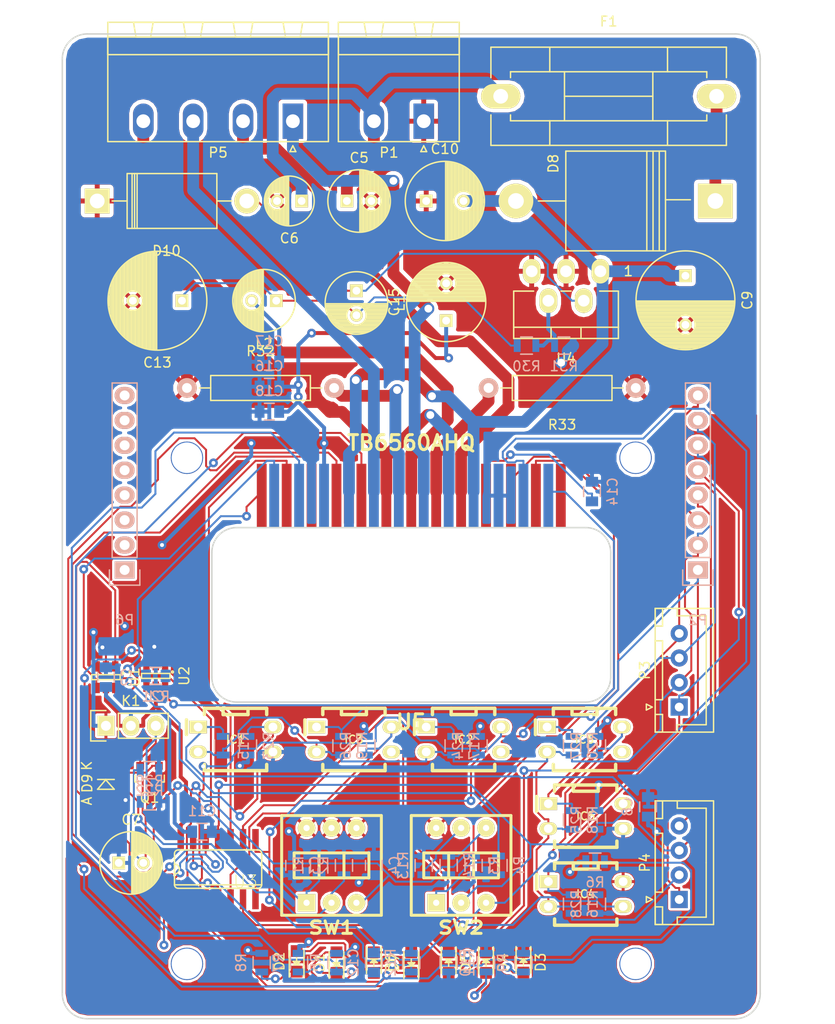
<source format=kicad_pcb>
(kicad_pcb (version 20160815) (host pcbnew "(2016-08-15 BZR 7057)-product")
  (layers (0 F.Cu signal) (31 B.Cu signal) (34 B.Paste user) (35 F.Paste user) (36 B.SilkS user) (37 F.SilkS user) (38 B.Mask user) (39 F.Mask user) (44 Edge.Cuts user))
  (net 0 "")
  (net 1 VDD)
  (net 2 TQ1)
  (net 3 M1)
  (net 4 DCY1)
  (net 5 TQ2)
  (net 6 M2)
  (net 7 DCY2)
  (net 8 CW/CCW)
  (net 9 ENABLE)
  (net 10 CLK)
  (net 11 ExtGnd)
  (net 12 SGnd)
  (net 13 PGndA)
  (net 14 +36V)
  (net 15 HVDD)
  (net 16 RESET)
  (net 17 "Net-(D1-Pad1)")
  (net 18 MO)
  (net 19 PROTECT)
  (net 20 "Net-(D2-Pad1)")
  (net 21 "Net-(D3-Pad2)")
  (net 22 "Net-(D4-Pad2)")
  (net 23 "Net-(D5-Pad2)")
  (net 24 "Net-(D6-Pad2)")
  (net 25 "Net-(D8-Pad1)")
  (net 26 ExtENABLE)
  (net 27 "Net-(IC1-Pad4)")
  (net 28 "Net-(IC2-Pad4)")
  (net 29 ExtDIR)
  (net 30 ExtCLK)
  (net 31 "Net-(IC3-Pad4)")
  (net 32 ExtReset)
  (net 33 "Net-(IC4-Pad3)")
  (net 34 M1_CTL)
  (net 35 ExtM1)
  (net 36 ExtM2)
  (net 37 M2_CTL)
  (net 38 ExtCW/CCW)
  (net 39 OUT_BP)
  (net 40 OUT_BM)
  (net 41 OUT_AP)
  (net 42 OUT_AM)
  (net 43 "Net-(R13-Pad2)")
  (net 44 "Net-(R14-Pad2)")
  (net 45 FEEDBACK)
  (net 46 DIR)
  (net 47 DELAYED_VDD)
  (net 48 "Net-(C7-Pad2)")
  (net 49 "Net-(C13-Pad1)")
  (net 50 "Net-(C14-Pad1)")
  (net 51 "Net-(D10-Pad2)")
  (net 52 T1IN)
  (net 53 T2IN)
  (net 54 D1IN)
  (net 55 D2IN)
  (net 56 "Net-(R32-Pad2)")
  (net 57 "Net-(R33-Pad2)")
  (net 58 "Net-(K1-Pad3)")
  (module I20:MountingHole_3.1mm (layer F.Cu) (at 152.4 112.522)
    (fp_text reference H4 hide)
    (fp_text value MountingHole_3.1mm)
    (pad 1 thru_hole circle (at 0 0) (size 3.3 3.3) (drill 3.1) (layers *.Cu *.Mask))
  )
  (module I20:MountingHole_3.1mm (layer F.Cu) (at 198.12 112.522)
    (fp_text reference H3 hide)
    (fp_text value MountingHole_3.1mm)
    (pad 1 thru_hole circle (at 0 0) (size 3.3 3.3) (drill 3.1) (layers *.Cu *.Mask))
  )
  (module I20:MountingHole_3.1mm (layer F.Cu) (at 152.4 60.96)
    (fp_text reference H1 hide)
    (fp_text value MountingHole_3.1mm)
    (pad 1 thru_hole circle (at 0 0) (size 3.3 3.3) (drill 3.1) (layers *.Cu *.Mask))
  )
  (module I20:C_0805 (layer B.Cu) (at 149.225 83.185)
    (fp_text reference C1 (at 0 2.1) (layer B.SilkS) (effects (justify mirror)))
    (fp_text value 100uF)
    (pad 1 smd rect (at -1 0) (size 1 1.25) (layers B.Cu B.Paste B.Mask) (net 12 SGnd))
    (pad 2 smd rect (at 1 0) (size 1 1.25) (layers B.Cu B.Paste B.Mask) (net 47 DELAYED_VDD))
  )
  (module I20:R_0805 (layer B.Cu) (at 165.862 102.489 270)
    (fp_text reference R1 (at 0 2.1 270) (layer B.SilkS) (effects (justify mirror)))
    (fp_text value 10K)
    (pad 1 smd rect (at -0.95 0 270) (size 0.7 1.3) (layers B.Cu B.Paste B.Mask) (net 12 SGnd))
    (pad 2 smd rect (at 0.95 0 270) (size 0.7 1.3) (layers B.Cu B.Paste B.Mask) (net 52 T1IN))
  )
  (module I20:R_0805 (layer B.Cu) (at 168.402 102.489 270)
    (fp_text reference R2 (at 0 2.1 270) (layer B.SilkS) (effects (justify mirror)))
    (fp_text value 10K)
    (pad 2 smd rect (at 0.95 0 270) (size 0.7 1.3) (layers B.Cu B.Paste B.Mask) (net 53 T2IN))
    (pad 1 smd rect (at -0.95 0 270) (size 0.7 1.3) (layers B.Cu B.Paste B.Mask) (net 12 SGnd))
  )
  (module I20:R_0805 (layer B.Cu) (at 181.61 102.489 90)
    (fp_text reference R3 (at 0 2.1 90) (layer B.SilkS) (effects (justify mirror)))
    (fp_text value 10K)
    (pad 1 smd rect (at -0.95 0 90) (size 0.7 1.3) (layers B.Cu B.Paste B.Mask) (net 12 SGnd))
    (pad 2 smd rect (at 0.95 0 90) (size 0.7 1.3) (layers B.Cu B.Paste B.Mask) (net 54 D1IN))
  )
  (module I20:R_0805 (layer B.Cu) (at 184.15 102.489 90)
    (fp_text reference R4 (at 0 2.1 90) (layer B.SilkS) (effects (justify mirror)))
    (fp_text value 10K)
    (pad 2 smd rect (at 0.95 0 90) (size 0.7 1.3) (layers B.Cu B.Paste B.Mask) (net 55 D2IN))
    (pad 1 smd rect (at -0.95 0 90) (size 0.7 1.3) (layers B.Cu B.Paste B.Mask) (net 12 SGnd))
  )
  (module I20:R_0805 (layer B.Cu) (at 167.64 112.395 270)
    (fp_text reference R5 (at 0 2.1 270) (layer B.SilkS) (effects (justify mirror)))
    (fp_text value 10K)
    (pad 1 smd rect (at -0.95 0 270) (size 0.7 1.3) (layers B.Cu B.Paste B.Mask) (net 1 VDD))
    (pad 2 smd rect (at 0.95 0 270) (size 0.7 1.3) (layers B.Cu B.Paste B.Mask) (net 18 MO))
  )
  (module I20:R_0805 (layer B.Cu) (at 193.995 102.108)
    (fp_text reference R6 (at 0 2.1) (layer B.SilkS) (effects (justify mirror)))
    (fp_text value 10K)
    (pad 2 smd rect (at 0.95 0) (size 0.7 1.3) (layers B.Cu B.Paste B.Mask) (net 19 PROTECT))
    (pad 1 smd rect (at -0.95 0) (size 0.7 1.3) (layers B.Cu B.Paste B.Mask) (net 1 VDD))
  )
  (module I20:DIPS-DS03 (layer F.Cu) (at 167.132 102.489)
    (fp_text reference SW1 (at 0 6.35) (layer F.SilkS) (effects (font (size 1.27 1.524) (thickness 0.3048))))
    (fp_text value Torque hide)
    (pad 1 thru_hole rect (at -2.54 3.81) (size 1.778 1.778) (drill 0.635) (layers *.Cu *.Mask F.SilkS) (net 52 T1IN))
    (pad 2 thru_hole circle (at 0 3.81) (size 1.778 1.778) (drill 0.635) (layers *.Cu *.Mask F.SilkS) (net 53 T2IN))
    (pad 3 thru_hole circle (at 2.54 3.81) (size 1.778 1.778) (drill 0.635) (layers *.Cu *.Mask F.SilkS) (net 54 D1IN))
    (pad 4 thru_hole circle (at 2.54 -3.81) (size 1.778 1.778) (drill 0.635) (layers *.Cu *.Mask F.SilkS) (net 1 VDD))
    (pad 5 thru_hole circle (at 0 -3.81) (size 1.778 1.778) (drill 0.635) (layers *.Cu *.Mask F.SilkS) (net 1 VDD))
    (pad 6 thru_hole circle (at -2.54 -3.81) (size 1.778 1.778) (drill 0.635) (layers *.Cu *.Mask F.SilkS) (net 1 VDD))
  )
  (module I20:DIPS-DS03 (layer F.Cu) (at 180.34 102.489)
    (fp_text reference SW2 (at 0 6.35) (layer F.SilkS) (effects (font (size 1.27 1.524) (thickness 0.3048))))
    (fp_text value Excitation hide)
    (pad 6 thru_hole circle (at -2.54 -3.81) (size 1.778 1.778) (drill 0.635) (layers *.Cu *.Mask F.SilkS) (net 1 VDD))
    (pad 5 thru_hole circle (at 0 -3.81) (size 1.778 1.778) (drill 0.635) (layers *.Cu *.Mask F.SilkS) (net 43 "Net-(R13-Pad2)"))
    (pad 4 thru_hole circle (at 2.54 -3.81) (size 1.778 1.778) (drill 0.635) (layers *.Cu *.Mask F.SilkS) (net 44 "Net-(R14-Pad2)"))
    (pad 3 thru_hole circle (at 2.54 3.81) (size 1.778 1.778) (drill 0.635) (layers *.Cu *.Mask F.SilkS) (net 37 M2_CTL))
    (pad 2 thru_hole circle (at 0 3.81) (size 1.778 1.778) (drill 0.635) (layers *.Cu *.Mask F.SilkS) (net 34 M1_CTL))
    (pad 1 thru_hole rect (at -2.54 3.81) (size 1.778 1.778) (drill 0.635) (layers *.Cu *.Mask F.SilkS) (net 55 D2IN))
  )
  (module I20:C_0805 (layer B.Cu) (at 144.145 83.312 90)
    (fp_text reference C2 (at 0 2.1 90) (layer B.SilkS) (effects (justify mirror)))
    (fp_text value 100uF)
    (pad 1 smd rect (at -1 0 90) (size 1 1.25) (layers B.Cu B.Paste B.Mask) (net 47 DELAYED_VDD))
    (pad 2 smd rect (at 1 0 90) (size 1 1.25) (layers B.Cu B.Paste B.Mask) (net 12 SGnd))
  )
  (module I20:R_0805 (layer B.Cu) (at 163.83 112.395 270)
    (fp_text reference R7 (at 0 2.1 270) (layer B.SilkS) (effects (justify mirror)))
    (fp_text value 510)
    (pad 1 smd rect (at -0.95 0 270) (size 0.7 1.3) (layers B.Cu B.Paste B.Mask) (net 1 VDD))
    (pad 2 smd rect (at 0.95 0 270) (size 0.7 1.3) (layers B.Cu B.Paste B.Mask) (net 17 "Net-(D1-Pad1)"))
  )
  (module I20:R_0805 (layer B.Cu) (at 160.02 112.395 270)
    (fp_text reference R8 (at 0 2.1 270) (layer B.SilkS) (effects (justify mirror)))
    (fp_text value 510)
    (pad 2 smd rect (at 0.95 0 270) (size 0.7 1.3) (layers B.Cu B.Paste B.Mask) (net 20 "Net-(D2-Pad1)"))
    (pad 1 smd rect (at -0.95 0 270) (size 0.7 1.3) (layers B.Cu B.Paste B.Mask) (net 1 VDD))
  )
  (module I20:R_0805 (layer B.Cu) (at 186.69 112.395 270)
    (fp_text reference R9 (at 0 2.1 270) (layer B.SilkS) (effects (justify mirror)))
    (fp_text value 10K)
    (pad 1 smd rect (at -0.95 0 270) (size 0.7 1.3) (layers B.Cu B.Paste B.Mask) (net 12 SGnd))
    (pad 2 smd rect (at 0.95 0 270) (size 0.7 1.3) (layers B.Cu B.Paste B.Mask) (net 21 "Net-(D3-Pad2)"))
  )
  (module I20:DIP-4 (layer F.Cu) (at 157.353 89.662)
    (fp_text reference IC1 (at 0 0) (layer F.SilkS) (effects (font (size 0.8 0.8))))
    (fp_text value PC817)
    (pad 1 thru_hole rect (at -3.81 -1.27) (size 1.778 1.3) (drill 0.9) (layers *.Cu *.Mask F.SilkS) (net 26 ExtENABLE))
    (pad 2 thru_hole oval (at -3.81 1.27) (size 1.778 1.3) (drill 0.9) (layers *.Cu *.Mask F.SilkS) (net 11 ExtGnd))
    (pad 3 thru_hole oval (at 3.81 1.27) (size 1.778 1.3) (drill 0.9) (layers *.Cu *.Mask F.SilkS) (net 12 SGnd))
    (pad 4 thru_hole oval (at 3.81 -1.27) (size 1.778 1.3) (drill 0.9) (layers *.Cu *.Mask F.SilkS) (net 27 "Net-(IC1-Pad4)"))
  )
  (module I20:DIP-4 (layer F.Cu) (at 180.594 89.662)
    (fp_text reference IC2 (at 0 0) (layer F.SilkS) (effects (font (size 0.8 0.8))))
    (fp_text value PC817)
    (pad 4 thru_hole oval (at 3.81 -1.27) (size 1.778 1.3) (drill 0.9) (layers *.Cu *.Mask F.SilkS) (net 28 "Net-(IC2-Pad4)"))
    (pad 3 thru_hole oval (at 3.81 1.27) (size 1.778 1.3) (drill 0.9) (layers *.Cu *.Mask F.SilkS) (net 12 SGnd))
    (pad 2 thru_hole oval (at -3.81 1.27) (size 1.778 1.3) (drill 0.9) (layers *.Cu *.Mask F.SilkS) (net 11 ExtGnd))
    (pad 1 thru_hole rect (at -3.81 -1.27) (size 1.778 1.3) (drill 0.9) (layers *.Cu *.Mask F.SilkS) (net 29 ExtDIR))
  )
  (module I20:DIP-4 (layer F.Cu) (at 169.418 89.662)
    (fp_text reference IC3 (at 0 0) (layer F.SilkS) (effects (font (size 0.8 0.8))))
    (fp_text value PC817)
    (pad 1 thru_hole rect (at -3.81 -1.27) (size 1.778 1.3) (drill 0.9) (layers *.Cu *.Mask F.SilkS) (net 30 ExtCLK))
    (pad 2 thru_hole oval (at -3.81 1.27) (size 1.778 1.3) (drill 0.9) (layers *.Cu *.Mask F.SilkS) (net 11 ExtGnd))
    (pad 3 thru_hole oval (at 3.81 1.27) (size 1.778 1.3) (drill 0.9) (layers *.Cu *.Mask F.SilkS) (net 12 SGnd))
    (pad 4 thru_hole oval (at 3.81 -1.27) (size 1.778 1.3) (drill 0.9) (layers *.Cu *.Mask F.SilkS) (net 31 "Net-(IC3-Pad4)"))
  )
  (module I20:C_0805 (layer B.Cu) (at 199.39 96.52 270)
    (fp_text reference C8 (at 0 2.1 270) (layer B.SilkS) (effects (justify mirror)))
    (fp_text value 100uF)
    (pad 2 smd rect (at 1 0 270) (size 1 1.25) (layers B.Cu B.Paste B.Mask) (net 1 VDD))
    (pad 1 smd rect (at -1 0 270) (size 1 1.25) (layers B.Cu B.Paste B.Mask) (net 12 SGnd))
  )
  (module I20:C_0805 (layer B.Cu) (at 153.94 99.06 180)
    (fp_text reference C11 (at 0 2.1 180) (layer B.SilkS) (effects (justify mirror)))
    (fp_text value 100uF)
    (pad 1 smd rect (at -1 0 180) (size 1 1.25) (layers B.Cu B.Paste B.Mask) (net 12 SGnd))
    (pad 2 smd rect (at 1 0 180) (size 1 1.25) (layers B.Cu B.Paste B.Mask) (net 47 DELAYED_VDD))
  )
  (module I20:C_0805 (layer B.Cu) (at 171.45 112.395 270)
    (fp_text reference C12 (at 0 2.1 270) (layer B.SilkS) (effects (justify mirror)))
    (fp_text value 10u)
    (pad 1 smd rect (at -1 0 270) (size 1 1.25) (layers B.Cu B.Paste B.Mask) (net 16 RESET))
    (pad 2 smd rect (at 1 0 270) (size 1 1.25) (layers B.Cu B.Paste B.Mask) (net 12 SGnd))
  )
  (module I20:C_0805 (layer B.Cu) (at 193.675 64.405 90)
    (fp_text reference C14 (at 0 2.1 90) (layer B.SilkS) (effects (justify mirror)))
    (fp_text value 330pF)
    (pad 2 smd rect (at 1 0 90) (size 1 1.25) (layers B.Cu B.Paste B.Mask) (net 12 SGnd))
    (pad 1 smd rect (at -1 0 90) (size 1 1.25) (layers B.Cu B.Paste B.Mask) (net 50 "Net-(C14-Pad1)"))
  )
  (module I20:diode_r6 (layer F.Cu) (at 206.248 34.7955 180)
    (fp_text reference D8 (at 16.51 3.80746 -90) (layer F.SilkS))
    (fp_text value SR608)
    (pad 2 thru_hole circle (at 20.32 -0.00254) (size 3.54076 3.54076) (drill 1.6002) (layers *.Cu *.Mask F.SilkS) (net 15 HVDD))
    (pad 1 thru_hole rect (at 0 -0.00254) (size 3.54076 3.54076) (drill 1.6002) (layers *.Cu *.Mask F.SilkS) (net 25 "Net-(D8-Pad1)"))
  )
  (module I20:DIP-4 (layer F.Cu) (at 193.04 105.41)
    (fp_text reference IC4 (at 0 0) (layer F.SilkS) (effects (font (size 0.8 0.8))))
    (fp_text value PC817)
    (pad 1 thru_hole rect (at -3.81 -1.27) (size 1.778 1.3) (drill 0.9) (layers *.Cu *.Mask F.SilkS) (net 32 ExtReset))
    (pad 2 thru_hole oval (at -3.81 1.27) (size 1.778 1.3) (drill 0.9) (layers *.Cu *.Mask F.SilkS) (net 11 ExtGnd))
    (pad 3 thru_hole oval (at 3.81 1.27) (size 1.778 1.3) (drill 0.9) (layers *.Cu *.Mask F.SilkS) (net 33 "Net-(IC4-Pad3)"))
    (pad 4 thru_hole oval (at 3.81 -1.27) (size 1.778 1.3) (drill 0.9) (layers *.Cu *.Mask F.SilkS) (net 1 VDD))
  )
  (module I20:DIP-4 (layer F.Cu) (at 193.04 97.4725)
    (fp_text reference IC5 (at 0 0) (layer F.SilkS) (effects (font (size 0.8 0.8))))
    (fp_text value PC817)
    (pad 4 thru_hole oval (at 3.81 -1.27) (size 1.778 1.3) (drill 0.9) (layers *.Cu *.Mask F.SilkS) (net 34 M1_CTL))
    (pad 3 thru_hole oval (at 3.81 1.27) (size 1.778 1.3) (drill 0.9) (layers *.Cu *.Mask F.SilkS) (net 12 SGnd))
    (pad 2 thru_hole oval (at -3.81 1.27) (size 1.778 1.3) (drill 0.9) (layers *.Cu *.Mask F.SilkS) (net 11 ExtGnd))
    (pad 1 thru_hole rect (at -3.81 -1.27) (size 1.778 1.3) (drill 0.9) (layers *.Cu *.Mask F.SilkS) (net 35 ExtM1))
  )
  (module I20:DIP-4 (layer F.Cu) (at 192.913 89.662)
    (fp_text reference IC6 (at 0 0) (layer F.SilkS) (effects (font (size 0.8 0.8))))
    (fp_text value PC817)
    (pad 1 thru_hole rect (at -3.81 -1.27) (size 1.778 1.3) (drill 0.9) (layers *.Cu *.Mask F.SilkS) (net 36 ExtM2))
    (pad 2 thru_hole oval (at -3.81 1.27) (size 1.778 1.3) (drill 0.9) (layers *.Cu *.Mask F.SilkS) (net 11 ExtGnd))
    (pad 3 thru_hole oval (at 3.81 1.27) (size 1.778 1.3) (drill 0.9) (layers *.Cu *.Mask F.SilkS) (net 12 SGnd))
    (pad 4 thru_hole oval (at 3.81 -1.27) (size 1.778 1.3) (drill 0.9) (layers *.Cu *.Mask F.SilkS) (net 37 M2_CTL))
  )
  (module I20:JST_XH_B04B-XH-A_04x2.50mm_Straight (layer F.Cu) (at 202.565 86.36 90)
    (fp_text reference P3 (at 3.75 -3.5 90) (layer F.SilkS))
    (fp_text value CONN_4)
    (pad 4 thru_hole circle (at 7.5 0 90) (size 1.75 1.75) (drill 0.9) (layers *.Cu *.Mask) (net 35 ExtM1))
    (pad 3 thru_hole circle (at 5 0 90) (size 1.75 1.75) (drill 0.9) (layers *.Cu *.Mask) (net 36 ExtM2))
    (pad 2 thru_hole circle (at 2.5 0 90) (size 1.75 1.75) (drill 0.9) (layers *.Cu *.Mask) (net 11 ExtGnd))
    (pad 1 thru_hole rect (at 0 0 90) (size 1.75 1.75) (drill 0.9) (layers *.Cu *.Mask) (net 32 ExtReset))
  )
  (module I20:JST_XH_B04B-XH-A_04x2.50mm_Straight (layer F.Cu) (at 202.565 105.965 90)
    (fp_text reference P4 (at 3.75 -3.5 90) (layer F.SilkS))
    (fp_text value CONN_4)
    (pad 1 thru_hole rect (at 0 0 90) (size 1.75 1.75) (drill 0.9) (layers *.Cu *.Mask) (net 30 ExtCLK))
    (pad 2 thru_hole circle (at 2.5 0 90) (size 1.75 1.75) (drill 0.9) (layers *.Cu *.Mask) (net 11 ExtGnd))
    (pad 3 thru_hole circle (at 5 0 90) (size 1.75 1.75) (drill 0.9) (layers *.Cu *.Mask) (net 26 ExtENABLE))
    (pad 4 thru_hole circle (at 7.5 0 90) (size 1.75 1.75) (drill 0.9) (layers *.Cu *.Mask) (net 38 ExtCW/CCW))
  )
  (module I20:R_0805 (layer B.Cu) (at 182.88 112.395 270)
    (fp_text reference R10 (at 0 2.1 270) (layer B.SilkS) (effects (justify mirror)))
    (fp_text value 10K)
    (pad 2 smd rect (at 0.95 0 270) (size 0.7 1.3) (layers B.Cu B.Paste B.Mask) (net 22 "Net-(D4-Pad2)"))
    (pad 1 smd rect (at -0.95 0 270) (size 0.7 1.3) (layers B.Cu B.Paste B.Mask) (net 12 SGnd))
  )
  (module I20:R_0805 (layer B.Cu) (at 179.07 112.395 90)
    (fp_text reference R11 (at 0 2.1 90) (layer B.SilkS) (effects (justify mirror)))
    (fp_text value 10K)
    (pad 1 smd rect (at -0.95 0 90) (size 0.7 1.3) (layers B.Cu B.Paste B.Mask) (net 12 SGnd))
    (pad 2 smd rect (at 0.95 0 90) (size 0.7 1.3) (layers B.Cu B.Paste B.Mask) (net 23 "Net-(D5-Pad2)"))
  )
  (module I20:R_0805 (layer B.Cu) (at 175.26 112.395 270)
    (fp_text reference R12 (at 0 2.1 270) (layer B.SilkS) (effects (justify mirror)))
    (fp_text value 10K)
    (pad 1 smd rect (at -0.95 0 270) (size 0.7 1.3) (layers B.Cu B.Paste B.Mask) (net 12 SGnd))
    (pad 2 smd rect (at 0.95 0 270) (size 0.7 1.3) (layers B.Cu B.Paste B.Mask) (net 24 "Net-(D6-Pad2)"))
  )
  (module I20:R_0805 (layer B.Cu) (at 176.53 102.489 270)
    (fp_text reference R13 (at 0 2.1 270) (layer B.SilkS) (effects (justify mirror)))
    (fp_text value 150)
    (pad 1 smd rect (at -0.95 0 270) (size 0.7 1.3) (layers B.Cu B.Paste B.Mask) (net 12 SGnd))
    (pad 2 smd rect (at 0.95 0 270) (size 0.7 1.3) (layers B.Cu B.Paste B.Mask) (net 43 "Net-(R13-Pad2)"))
  )
  (module I20:R_0805 (layer B.Cu) (at 179.07 102.489 90)
    (fp_text reference R14 (at 0 2.1 90) (layer B.SilkS) (effects (justify mirror)))
    (fp_text value 150)
    (pad 2 smd rect (at 0.95 0 90) (size 0.7 1.3) (layers B.Cu B.Paste B.Mask) (net 44 "Net-(R14-Pad2)"))
    (pad 1 smd rect (at -0.95 0 90) (size 0.7 1.3) (layers B.Cu B.Paste B.Mask) (net 12 SGnd))
  )
  (module I20:R_0805 (layer B.Cu) (at 156.083 90.297 90)
    (fp_text reference R15 (at 0 2.1 90) (layer B.SilkS) (effects (justify mirror)))
    (fp_text value 10K)
    (pad 1 smd rect (at -0.95 0 90) (size 0.7 1.3) (layers B.Cu B.Paste B.Mask) (net 11 ExtGnd))
    (pad 2 smd rect (at 0.95 0 90) (size 0.7 1.3) (layers B.Cu B.Paste B.Mask) (net 26 ExtENABLE))
  )
  (module I20:R_0805 (layer B.Cu) (at 191.643 106.426 90)
    (fp_text reference R16 (at 0 2.1 90) (layer B.SilkS) (effects (justify mirror)))
    (fp_text value 10K)
    (pad 2 smd rect (at 0.95 0 90) (size 0.7 1.3) (layers B.Cu B.Paste B.Mask) (net 32 ExtReset))
    (pad 1 smd rect (at -0.95 0 90) (size 0.7 1.3) (layers B.Cu B.Paste B.Mask) (net 11 ExtGnd))
  )
  (module I20:R_0805 (layer B.Cu) (at 179.578 90.297 90)
    (fp_text reference R17 (at 0 2.1 90) (layer B.SilkS) (effects (justify mirror)))
    (fp_text value 10K)
    (pad 2 smd rect (at 0.95 0 90) (size 0.7 1.3) (layers B.Cu B.Paste B.Mask) (net 29 ExtDIR))
    (pad 1 smd rect (at -0.95 0 90) (size 0.7 1.3) (layers B.Cu B.Paste B.Mask) (net 11 ExtGnd))
  )
  (module I20:R_0805 (layer B.Cu) (at 191.643 97.8535 90)
    (fp_text reference R18 (at 0 2.1 90) (layer B.SilkS) (effects (justify mirror)))
    (fp_text value 10K)
    (pad 1 smd rect (at -0.95 0 90) (size 0.7 1.3) (layers B.Cu B.Paste B.Mask) (net 11 ExtGnd))
    (pad 2 smd rect (at 0.95 0 90) (size 0.7 1.3) (layers B.Cu B.Paste B.Mask) (net 35 ExtM1))
  )
  (module I20:R_0805 (layer B.Cu) (at 168.148 90.297 90)
    (fp_text reference R19 (at 0 2.1 90) (layer B.SilkS) (effects (justify mirror)))
    (fp_text value 10K)
    (pad 1 smd rect (at -0.95 0 90) (size 0.7 1.3) (layers B.Cu B.Paste B.Mask) (net 11 ExtGnd))
    (pad 2 smd rect (at 0.95 0 90) (size 0.7 1.3) (layers B.Cu B.Paste B.Mask) (net 30 ExtCLK))
  )
  (module I20:R_0805 (layer B.Cu) (at 191.643 90.297 90)
    (fp_text reference R20 (at 0 2.1 90) (layer B.SilkS) (effects (justify mirror)))
    (fp_text value 10K)
    (pad 2 smd rect (at 0.95 0 90) (size 0.7 1.3) (layers B.Cu B.Paste B.Mask) (net 36 ExtM2))
    (pad 1 smd rect (at -0.95 0 90) (size 0.7 1.3) (layers B.Cu B.Paste B.Mask) (net 11 ExtGnd))
  )
  (module I20:R_0805 (layer B.Cu) (at 149.225 83.185)
    (fp_text reference R21 (at 0 2.1) (layer B.SilkS) (effects (justify mirror)))
    (fp_text value 51K)
    (pad 1 smd rect (at -0.95 0) (size 0.7 1.3) (layers B.Cu B.Paste B.Mask) (net 1 VDD))
    (pad 2 smd rect (at 0.95 0) (size 0.7 1.3) (layers B.Cu B.Paste B.Mask) (net 48 "Net-(C7-Pad2)"))
  )
  (module I20:R_0805 (layer B.Cu) (at 148.59 92.7864)
    (fp_text reference R22 (at 0 2.1) (layer B.SilkS) (effects (justify mirror)))
    (fp_text value 100K)
    (pad 1 smd rect (at -0.95 0) (size 0.7 1.3) (layers B.Cu B.Paste B.Mask) (net 48 "Net-(C7-Pad2)"))
    (pad 2 smd rect (at 0.95 0) (size 0.7 1.3) (layers B.Cu B.Paste B.Mask) (net 12 SGnd))
  )
  (module I20:R_0805 (layer B.Cu) (at 158.623 90.297 90)
    (fp_text reference R23 (at 0 2.1 90) (layer B.SilkS) (effects (justify mirror)))
    (fp_text value 10K)
    (pad 1 smd rect (at -0.95 0 90) (size 0.7 1.3) (layers B.Cu B.Paste B.Mask) (net 1 VDD))
    (pad 2 smd rect (at 0.95 0 90) (size 0.7 1.3) (layers B.Cu B.Paste B.Mask) (net 27 "Net-(IC1-Pad4)"))
  )
  (module I20:R_0805 (layer B.Cu) (at 182.118 90.297 270)
    (fp_text reference R24 (at 0 2.1 270) (layer B.SilkS) (effects (justify mirror)))
    (fp_text value 10K)
    (pad 2 smd rect (at 0.95 0 270) (size 0.7 1.3) (layers B.Cu B.Paste B.Mask) (net 28 "Net-(IC2-Pad4)"))
    (pad 1 smd rect (at -0.95 0 270) (size 0.7 1.3) (layers B.Cu B.Paste B.Mask) (net 1 VDD))
  )
  (module I20:R_0805 (layer B.Cu) (at 194.183 97.8535 270)
    (fp_text reference R25 (at 0 2.1 270) (layer B.SilkS) (effects (justify mirror)))
    (fp_text value 10K)
    (pad 1 smd rect (at -0.95 0 270) (size 0.7 1.3) (layers B.Cu B.Paste B.Mask) (net 1 VDD))
    (pad 2 smd rect (at 0.95 0 270) (size 0.7 1.3) (layers B.Cu B.Paste B.Mask) (net 34 M1_CTL))
  )
  (module I20:R_0805 (layer B.Cu) (at 170.688 90.297 270)
    (fp_text reference R26 (at 0 2.1 270) (layer B.SilkS) (effects (justify mirror)))
    (fp_text value 10K)
    (pad 1 smd rect (at -0.95 0 270) (size 0.7 1.3) (layers B.Cu B.Paste B.Mask) (net 1 VDD))
    (pad 2 smd rect (at 0.95 0 270) (size 0.7 1.3) (layers B.Cu B.Paste B.Mask) (net 31 "Net-(IC3-Pad4)"))
  )
  (module I20:R_0805 (layer B.Cu) (at 194.183 90.297 270)
    (fp_text reference R27 (at 0 2.1 270) (layer B.SilkS) (effects (justify mirror)))
    (fp_text value 10K)
    (pad 2 smd rect (at 0.95 0 270) (size 0.7 1.3) (layers B.Cu B.Paste B.Mask) (net 37 M2_CTL))
    (pad 1 smd rect (at -0.95 0 270) (size 0.7 1.3) (layers B.Cu B.Paste B.Mask) (net 1 VDD))
  )
  (module I20:R_0805 (layer B.Cu) (at 194.183 106.426 270)
    (fp_text reference R28 (at 0 2.1 270) (layer B.SilkS) (effects (justify mirror)))
    (fp_text value 10K)
    (pad 1 smd rect (at -0.95 0 270) (size 0.7 1.3) (layers B.Cu B.Paste B.Mask) (net 33 "Net-(IC4-Pad3)"))
    (pad 2 smd rect (at 0.95 0 270) (size 0.7 1.3) (layers B.Cu B.Paste B.Mask) (net 12 SGnd))
  )
  (module I20:R_0805 (layer B.Cu) (at 148.59 95.961 180)
    (fp_text reference R29 (at 0 2.1 180) (layer B.SilkS) (effects (justify mirror)))
    (fp_text value 4.7K)
    (pad 2 smd rect (at 0.95 0 180) (size 0.7 1.3) (layers B.Cu B.Paste B.Mask) (net 58 "Net-(K1-Pad3)"))
    (pad 1 smd rect (at -0.95 0 180) (size 0.7 1.3) (layers B.Cu B.Paste B.Mask) (net 12 SGnd))
  )
  (module I20:R_0805 (layer B.Cu) (at 187.005 49.53)
    (fp_text reference R30 (at 0 2.1) (layer B.SilkS) (effects (justify mirror)))
    (fp_text value 15K)
    (pad 1 smd rect (at -0.95 0) (size 0.7 1.3) (layers B.Cu B.Paste B.Mask) (net 49 "Net-(C13-Pad1)"))
    (pad 2 smd rect (at 0.95 0) (size 0.7 1.3) (layers B.Cu B.Paste B.Mask) (net 45 FEEDBACK))
  )
  (module I20:C_0805 (layer B.Cu) (at 160.798 53.721 180)
    (fp_text reference C16 (at 0 2.1 180) (layer B.SilkS) (effects (justify mirror)))
    (fp_text value 100nF)
    (pad 1 smd rect (at -1 0 180) (size 1 1.25) (layers B.Cu B.Paste B.Mask) (net 1 VDD))
    (pad 2 smd rect (at 1 0 180) (size 1 1.25) (layers B.Cu B.Paste B.Mask) (net 12 SGnd))
  )
  (module I20:C_0805 (layer B.Cu) (at 160.798 51.181 180)
    (fp_text reference C17 (at 0 2.1 180) (layer B.SilkS) (effects (justify mirror)))
    (fp_text value 1uF)
    (pad 1 smd rect (at -1 0 180) (size 1 1.25) (layers B.Cu B.Paste B.Mask) (net 1 VDD))
    (pad 2 smd rect (at 1 0 180) (size 1 1.25) (layers B.Cu B.Paste B.Mask) (net 12 SGnd))
  )
  (module I20:C_0805 (layer B.Cu) (at 160.798 56.261 180)
    (fp_text reference C18 (at 0 2.1 180) (layer B.SilkS) (effects (justify mirror)))
    (fp_text value 10uF)
    (pad 1 smd rect (at -1 0 180) (size 1 1.25) (layers B.Cu B.Paste B.Mask) (net 1 VDD))
    (pad 2 smd rect (at 1 0 180) (size 1 1.25) (layers B.Cu B.Paste B.Mask) (net 12 SGnd))
  )
  (module I20:Diode_DO-201AD_Horizontal_RM15 (layer F.Cu) (at 143.255 34.801)
    (fp_text reference D10 (at 7.06722 5.07704) (layer F.SilkS))
    (fp_text value MBR360)
    (pad 2 thru_hole circle (at 15.24122 -0.00296 180) (size 2.54 2.54) (drill 1.50114) (layers *.Cu *.Mask F.SilkS) (net 51 "Net-(D10-Pad2)"))
    (pad 1 thru_hole rect (at 0.00122 -0.00296 180) (size 2.54 2.54) (drill 1.50114) (layers *.Cu *.Mask F.SilkS) (net 13 PGndA))
  )
  (module I20:SOT-23 (layer F.Cu) (at 148.59 93.345 180)
    (fp_text reference Q1 (at 0 -2.25 180) (layer F.SilkS))
    (fp_text value N_MOSFET)
    (pad 1 smd rect (at -0.95 1.00076 180) (size 0.8001 0.8001) (layers F.Cu F.Paste F.Mask) (net 48 "Net-(C7-Pad2)"))
    (pad 2 smd rect (at 0.95 1.00076 180) (size 0.8001 0.8001) (layers F.Cu F.Paste F.Mask) (net 58 "Net-(K1-Pad3)"))
    (pad 3 smd rect (at 0 -0.99822 180) (size 0.8001 0.8001) (layers F.Cu F.Paste F.Mask) (net 1 VDD))
  )
  (module I20:R_0805 (layer B.Cu) (at 190.815 49.53)
    (fp_text reference R31 (at 0 2.1) (layer B.SilkS) (effects (justify mirror)))
    (fp_text value 5K)
    (pad 1 smd rect (at -0.95 0) (size 0.7 1.3) (layers B.Cu B.Paste B.Mask) (net 45 FEEDBACK))
    (pad 2 smd rect (at 0.95 0) (size 0.7 1.3) (layers B.Cu B.Paste B.Mask) (net 13 PGndA))
  )
  (module I20:C_0805 (layer B.Cu) (at 163.322 102.489 90)
    (fp_text reference C3 (at 0 2.1 90) (layer B.SilkS) (effects (justify mirror)))
    (fp_text value 100uF)
    (pad 1 smd rect (at -1 0 90) (size 1 1.25) (layers B.Cu B.Paste B.Mask) (net 12 SGnd))
    (pad 2 smd rect (at 1 0 90) (size 1 1.25) (layers B.Cu B.Paste B.Mask) (net 1 VDD))
  )
  (module I20:C_0805 (layer B.Cu) (at 171.45 102.489 90)
    (fp_text reference C4 (at 0 2.1 90) (layer B.SilkS) (effects (justify mirror)))
    (fp_text value 100uF)
    (pad 1 smd rect (at -1 0 90) (size 1 1.25) (layers B.Cu B.Paste B.Mask) (net 1 VDD))
    (pad 2 smd rect (at 1 0 90) (size 1 1.25) (layers B.Cu B.Paste B.Mask) (net 12 SGnd))
  )
  (module I20:SOT-23-6 (layer F.Cu) (at 144.145 83.312 270)
    (fp_text reference U1 (at 0 -2.9 270) (layer F.SilkS))
    (fp_text value SN74LVC2G14)
    (pad 1 smd rect (at -1.1 -0.95 270) (size 1.06 0.65) (layers F.Cu F.Paste F.Mask) (net 54 D1IN))
    (pad 2 smd rect (at -1.1 0 270) (size 1.06 0.65) (layers F.Cu F.Paste F.Mask) (net 12 SGnd))
    (pad 3 smd rect (at -1.1 0.95 270) (size 1.06 0.65) (layers F.Cu F.Paste F.Mask) (net 55 D2IN))
    (pad 4 smd rect (at 1.1 0.95 270) (size 1.06 0.65) (layers F.Cu F.Paste F.Mask) (net 7 DCY2))
    (pad 6 smd rect (at 1.1 -0.95 270) (size 1.06 0.65) (layers F.Cu F.Paste F.Mask) (net 4 DCY1))
    (pad 5 smd rect (at 1.1 0 270) (size 1.06 0.65) (layers F.Cu F.Paste F.Mask) (net 47 DELAYED_VDD))
  )
  (module I20:SOT-23-6 (layer F.Cu) (at 149.225 83.185 270)
    (fp_text reference U2 (at 0 -2.9 270) (layer F.SilkS))
    (fp_text value SN74LVC2G14)
    (pad 1 smd rect (at -1.1 -0.95 270) (size 1.06 0.65) (layers F.Cu F.Paste F.Mask) (net 52 T1IN))
    (pad 2 smd rect (at -1.1 0 270) (size 1.06 0.65) (layers F.Cu F.Paste F.Mask) (net 12 SGnd))
    (pad 3 smd rect (at -1.1 0.95 270) (size 1.06 0.65) (layers F.Cu F.Paste F.Mask) (net 53 T2IN))
    (pad 4 smd rect (at 1.1 0.95 270) (size 1.06 0.65) (layers F.Cu F.Paste F.Mask) (net 5 TQ2))
    (pad 6 smd rect (at 1.1 -0.95 270) (size 1.06 0.65) (layers F.Cu F.Paste F.Mask) (net 2 TQ1))
    (pad 5 smd rect (at 1.1 0 270) (size 1.06 0.65) (layers F.Cu F.Paste F.Mask) (net 47 DELAYED_VDD))
  )
  (module I20:SO14 (layer F.Cu) (at 155.575 102.87)
    (fp_text reference U3 (at 2.794 1.27) (layer F.SilkS) (effects (font (size 1.27 1.27) (thickness 0.0889))))
    (fp_text value 74HC14 hide)
    (pad 1 smd rect (at -3.81 3.0734) (size 0.6604 2.032) (layers F.Cu F.Paste F.Mask) (net 27 "Net-(IC1-Pad4)"))
    (pad 2 smd rect (at -2.54 3.0734) (size 0.6604 2.032) (layers F.Cu F.Paste F.Mask) (net 9 ENABLE))
    (pad 3 smd rect (at -1.27 3.0734) (size 0.6604 2.032) (layers F.Cu F.Paste F.Mask) (net 28 "Net-(IC2-Pad4)"))
    (pad 4 smd rect (at 0 3.0734) (size 0.6604 2.032) (layers F.Cu F.Paste F.Mask) (net 46 DIR))
    (pad 5 smd rect (at 1.27 3.0734) (size 0.6604 2.032) (layers F.Cu F.Paste F.Mask) (net 31 "Net-(IC3-Pad4)"))
    (pad 6 smd rect (at 2.54 3.0734) (size 0.6604 2.032) (layers F.Cu F.Paste F.Mask) (net 10 CLK))
    (pad 7 smd rect (at 3.81 3.0734) (size 0.6604 2.032) (layers F.Cu F.Paste F.Mask) (net 12 SGnd))
    (pad 8 smd rect (at 3.81 -3.0734) (size 0.6604 2.032) (layers F.Cu F.Paste F.Mask) (net 16 RESET))
    (pad 9 smd rect (at 2.54 -3.0734) (size 0.6604 2.032) (layers F.Cu F.Paste F.Mask) (net 33 "Net-(IC4-Pad3)"))
    (pad 10 smd rect (at 1.27 -3.0734) (size 0.6604 2.032) (layers F.Cu F.Paste F.Mask) (net 3 M1))
    (pad 11 smd rect (at 0 -3.0734) (size 0.6604 2.032) (layers F.Cu F.Paste F.Mask) (net 34 M1_CTL))
    (pad 12 smd rect (at -1.27 -3.0734) (size 0.6604 2.032) (layers F.Cu F.Paste F.Mask) (net 6 M2))
    (pad 13 smd rect (at -2.54 -3.0734) (size 0.6604 2.032) (layers F.Cu F.Paste F.Mask) (net 37 M2_CTL))
    (pad 14 smd rect (at -3.81 -3.0734) (size 0.6604 2.032) (layers F.Cu F.Paste F.Mask) (net 47 DELAYED_VDD))
  )
  (module I20:L_Radial_D6.3_L11.2_P2.5 (layer F.Cu) (at 169.672 43.942 270)
    (fp_text reference L1 (at 1.25 -4.4 270) (layer F.SilkS))
    (fp_text value 100uH)
    (pad 2 thru_hole circle (at 2.5 0 270) (size 1.3 1.3) (drill 0.8) (layers *.Cu *.Mask F.SilkS) (net 49 "Net-(C13-Pad1)"))
    (pad 1 thru_hole rect (at 0 0 270) (size 1.3 1.3) (drill 0.8) (layers *.Cu *.Mask F.SilkS) (net 51 "Net-(D10-Pad2)"))
  )
  (module I20:L_Radial_D6.3_L11.2_P2.5 (layer F.Cu) (at 161.504 44.958 180)
    (fp_text reference L2 (at 1.25 -4.4 180) (layer F.SilkS))
    (fp_text value 20uH)
    (pad 2 thru_hole circle (at 2.5 0 180) (size 1.3 1.3) (drill 0.8) (layers *.Cu *.Mask F.SilkS) (net 1 VDD))
    (pad 1 thru_hole rect (at 0 0 180) (size 1.3 1.3) (drill 0.8) (layers *.Cu *.Mask F.SilkS) (net 49 "Net-(C13-Pad1)"))
  )
  (module I20:C_Radial_D6.3_L11.2_P2.5 (layer F.Cu) (at 168.696 34.798)
    (fp_text reference C5 (at 1.25 -4.4) (layer F.SilkS))
    (fp_text value 47uF)
    (pad 2 thru_hole circle (at 2.5 0) (size 1.3 1.3) (drill 0.8) (layers *.Cu *.Mask F.SilkS) (net 13 PGndA))
    (pad 1 thru_hole rect (at 0 0) (size 1.3 1.3) (drill 0.8) (layers *.Cu *.Mask F.SilkS) (net 14 +36V))
  )
  (module I20:C_Radial_D5_L11_P2.5 (layer F.Cu) (at 164.084 34.798 180)
    (fp_text reference C6 (at 1.25 -3.8 180) (layer F.SilkS))
    (fp_text value 1uF)
    (pad 1 thru_hole rect (at 0 0 180) (size 1.3 1.3) (drill 0.8) (layers *.Cu *.Mask F.SilkS) (net 14 +36V))
    (pad 2 thru_hole circle (at 2.5 0 180) (size 1.3 1.3) (drill 0.8) (layers *.Cu *.Mask F.SilkS) (net 13 PGndA))
  )
  (module I20:C_Radial_D6.3_L11.2_P2.5 (layer F.Cu) (at 145.455 102.235)
    (fp_text reference C7 (at 1.25 -4.4) (layer F.SilkS))
    (fp_text value 47uF)
    (pad 2 thru_hole circle (at 2.5 0) (size 1.3 1.3) (drill 0.8) (layers *.Cu *.Mask F.SilkS) (net 48 "Net-(C7-Pad2)"))
    (pad 1 thru_hole rect (at 0 0) (size 1.3 1.3) (drill 0.8) (layers *.Cu *.Mask F.SilkS) (net 12 SGnd))
  )
  (module I20:C_Radial_D10_L20_P5 (layer F.Cu) (at 203.2 42.418 270)
    (fp_text reference C9 (at 2.5 -6.3 270) (layer F.SilkS))
    (fp_text value 470uF)
    (pad 1 thru_hole rect (at 0 0 270) (size 1.3 1.3) (drill 0.8) (layers *.Cu *.Mask F.SilkS) (net 15 HVDD))
    (pad 2 thru_hole circle (at 5 0 270) (size 1.3 1.3) (drill 0.8) (layers *.Cu *.Mask F.SilkS) (net 13 PGndA))
  )
  (module I20:C_Radial_D8_L13_P3.8 (layer F.Cu) (at 176.784 34.798)
    (fp_text reference C10 (at 1.9 -5.3) (layer F.SilkS))
    (fp_text value 100uF)
    (pad 1 thru_hole rect (at 0 0) (size 1.3 1.3) (drill 0.8) (layers *.Cu *.Mask F.SilkS) (net 13 PGndA))
    (pad 2 thru_hole circle (at 3.8 0) (size 1.3 1.3) (drill 0.8) (layers *.Cu *.Mask F.SilkS) (net 15 HVDD))
  )
  (module I20:C_Radial_D10_L20_P5 (layer F.Cu) (at 151.892 44.958 180)
    (fp_text reference C13 (at 2.5 -6.3 180) (layer F.SilkS))
    (fp_text value 1000uF)
    (pad 1 thru_hole rect (at 0 0 180) (size 1.3 1.3) (drill 0.8) (layers *.Cu *.Mask F.SilkS) (net 49 "Net-(C13-Pad1)"))
    (pad 2 thru_hole circle (at 5 0 180) (size 1.3 1.3) (drill 0.8) (layers *.Cu *.Mask F.SilkS) (net 13 PGndA))
  )
  (module I20:LED_0805 (layer F.Cu) (at 167.64 112.395 90)
    (fp_text reference D1 (at 0 -1.75 90) (layer F.SilkS))
    (fp_text value "Initial State")
    (pad 2 smd rect (at 1.04902 0 270) (size 1.19888 1.19888) (layers F.Cu F.Paste F.Mask) (net 18 MO))
    (pad 1 smd rect (at -1.04902 0 270) (size 1.19888 1.19888) (layers F.Cu F.Paste F.Mask) (net 17 "Net-(D1-Pad1)"))
  )
  (module I20:LED_0805 (layer F.Cu) (at 163.576 112.268 90)
    (fp_text reference D2 (at 0 -1.75 90) (layer F.SilkS))
    (fp_text value Protect)
    (pad 2 smd rect (at 1.04902 0 270) (size 1.19888 1.19888) (layers F.Cu F.Paste F.Mask) (net 19 PROTECT))
    (pad 1 smd rect (at -1.04902 0 270) (size 1.19888 1.19888) (layers F.Cu F.Paste F.Mask) (net 20 "Net-(D2-Pad1)"))
  )
  (module I20:LED_0805 (layer F.Cu) (at 186.69 112.362 270)
    (fp_text reference D3 (at 0 -1.75 270) (layer F.SilkS))
    (fp_text value Power)
    (pad 2 smd rect (at 1.04902 0 90) (size 1.19888 1.19888) (layers F.Cu F.Paste F.Mask) (net 21 "Net-(D3-Pad2)"))
    (pad 1 smd rect (at -1.04902 0 90) (size 1.19888 1.19888) (layers F.Cu F.Paste F.Mask) (net 1 VDD))
  )
  (module I20:LED_0805 (layer F.Cu) (at 182.88 112.395 270)
    (fp_text reference D4 (at 0 -1.75 270) (layer F.SilkS))
    (fp_text value Enable)
    (pad 2 smd rect (at 1.04902 0 90) (size 1.19888 1.19888) (layers F.Cu F.Paste F.Mask) (net 22 "Net-(D4-Pad2)"))
    (pad 1 smd rect (at -1.04902 0 90) (size 1.19888 1.19888) (layers F.Cu F.Paste F.Mask) (net 9 ENABLE))
  )
  (module I20:LED_0805 (layer F.Cu) (at 179.07 112.395 270)
    (fp_text reference D5 (at 0 -1.75 270) (layer F.SilkS))
    (fp_text value CLK)
    (pad 2 smd rect (at 1.04902 0 90) (size 1.19888 1.19888) (layers F.Cu F.Paste F.Mask) (net 23 "Net-(D5-Pad2)"))
    (pad 1 smd rect (at -1.04902 0 90) (size 1.19888 1.19888) (layers F.Cu F.Paste F.Mask) (net 10 CLK))
  )
  (module I20:LED_0805 (layer F.Cu) (at 171.45 112.395 270)
    (fp_text reference D6 (at 0 -1.75 270) (layer F.SilkS))
    (fp_text value Back)
    (pad 2 smd rect (at 1.04902 0 90) (size 1.19888 1.19888) (layers F.Cu F.Paste F.Mask) (net 24 "Net-(D6-Pad2)"))
    (pad 1 smd rect (at -1.04902 0 90) (size 1.19888 1.19888) (layers F.Cu F.Paste F.Mask) (net 8 CW/CCW))
  )
  (module I20:LED_0805 (layer F.Cu) (at 175.26 112.395 90)
    (fp_text reference D7 (at 0 -1.75 90) (layer F.SilkS))
    (fp_text value Forward)
    (pad 2 smd rect (at 1.04902 0 270) (size 1.19888 1.19888) (layers F.Cu F.Paste F.Mask) (net 8 CW/CCW))
    (pad 1 smd rect (at -1.04902 0 270) (size 1.19888 1.19888) (layers F.Cu F.Paste F.Mask) (net 24 "Net-(D6-Pad2)"))
  )
  (module I20:Fuseholder5x20_horiz_SemiClosed_Casing10x25mm (layer F.Cu) (at 195.374 24.13)
    (fp_text reference F1 (at 0 -7.62) (layer F.SilkS))
    (fp_text value 6A)
    (pad 2 thru_hole oval (at 11.00074 0 270) (size 2.49936 4.0005) (drill 1.50114) (layers *.Cu *.Mask F.SilkS) (net 25 "Net-(D8-Pad1)"))
    (pad 1 thru_hole oval (at -11.00074 0 270) (size 2.49936 4.0005) (drill 1.50114) (layers *.Cu *.Mask F.SilkS) (net 14 +36V))
  )
  (module I20:Pin_Header_Straight_1x08 (layer B.Cu) (at 204.47 72.39)
    (fp_text reference P2 (at 0 5.1) (layer B.SilkS) (effects (justify mirror)))
    (fp_text value CONN_8)
    (pad 1 thru_hole rect (at 0 0) (size 2.032 1.7272) (drill 1.016) (layers *.Cu *.Mask B.SilkS) (net 30 ExtCLK))
    (pad 2 thru_hole oval (at 0 -2.54) (size 2.032 1.7272) (drill 1.016) (layers *.Cu *.Mask B.SilkS) (net 11 ExtGnd))
    (pad 3 thru_hole oval (at 0 -5.08) (size 2.032 1.7272) (drill 1.016) (layers *.Cu *.Mask B.SilkS) (net 26 ExtENABLE))
    (pad 4 thru_hole oval (at 0 -7.62) (size 2.032 1.7272) (drill 1.016) (layers *.Cu *.Mask B.SilkS) (net 38 ExtCW/CCW))
    (pad 5 thru_hole oval (at 0 -10.16) (size 2.032 1.7272) (drill 1.016) (layers *.Cu *.Mask B.SilkS) (net 32 ExtReset))
    (pad 6 thru_hole oval (at 0 -12.7) (size 2.032 1.7272) (drill 1.016) (layers *.Cu *.Mask B.SilkS) (net 11 ExtGnd))
    (pad 7 thru_hole oval (at 0 -15.24) (size 2.032 1.7272) (drill 1.016) (layers *.Cu *.Mask B.SilkS) (net 36 ExtM2))
    (pad 8 thru_hole oval (at 0 -17.78) (size 2.032 1.7272) (drill 1.016) (layers *.Cu *.Mask B.SilkS) (net 35 ExtM1))
  )
  (module I20:C_Radial_D8_L13_P3.8 (layer F.Cu) (at 178.816 46.99 90)
    (fp_text reference C15 (at 1.9 -5.3 90) (layer F.SilkS))
    (fp_text value 100uF)
    (pad 1 thru_hole rect (at 0 0 90) (size 1.3 1.3) (drill 0.8) (layers *.Cu *.Mask F.SilkS) (net 1 VDD))
    (pad 2 thru_hole circle (at 3.8 0 90) (size 1.3 1.3) (drill 0.8) (layers *.Cu *.Mask F.SilkS) (net 13 PGndA))
  )
  (module I20:PhoenixContact_MSTBA-G_02x5.08mm_Angled (layer F.Cu) (at 176.53 26.67 180)
    (fp_text reference P1 (at 3.54 -3.2 180) (layer F.SilkS))
    (fp_text value CONN_2)
    (pad 1 thru_hole rect (at 0 0 180) (size 2.1 3.6) (drill 1.4) (layers *.Cu *.Mask) (net 13 PGndA))
    (pad 2 thru_hole oval (at 5.08 0 180) (size 2.1 3.6) (drill 1.4) (layers *.Cu *.Mask) (net 14 +36V))
  )
  (module I20:PhoenixContact_MSTBA-G_04x5.08mm_Angled (layer F.Cu) (at 163.195 26.67 180)
    (fp_text reference P5 (at 7.62 -3.2 180) (layer F.SilkS))
    (fp_text value CONN_4)
    (pad 1 thru_hole rect (at 0 0 180) (size 2.1 3.6) (drill 1.4) (layers *.Cu *.Mask) (net 39 OUT_BP))
    (pad 2 thru_hole oval (at 5.08 0 180) (size 2.1 3.6) (drill 1.4) (layers *.Cu *.Mask) (net 40 OUT_BM))
    (pad 3 thru_hole oval (at 10.16 0 180) (size 2.1 3.6) (drill 1.4) (layers *.Cu *.Mask) (net 41 OUT_AP))
    (pad 4 thru_hole oval (at 15.24 0 180) (size 2.1 3.6) (drill 1.4) (layers *.Cu *.Mask) (net 42 OUT_AM))
  )
  (module I20:Resistor_Horizontal_RM15mm (layer F.Cu) (at 152.4 53.848)
    (fp_text reference R32 (at 7.5 -3.74904) (layer F.SilkS))
    (fp_text value 0.29)
    (pad 1 thru_hole circle (at 0 0) (size 1.99898 1.99898) (drill 1.00076) (layers *.Cu *.SilkS *.Mask) (net 13 PGndA))
    (pad 2 thru_hole circle (at 15 0) (size 1.99898 1.99898) (drill 1.00076) (layers *.Cu *.SilkS *.Mask) (net 56 "Net-(R32-Pad2)"))
  )
  (module I20:Resistor_Horizontal_RM15mm (layer F.Cu) (at 198.134 53.848 180)
    (fp_text reference R33 (at 7.5 -3.74904 180) (layer F.SilkS))
    (fp_text value 0.29)
    (pad 1 thru_hole circle (at 0 0 180) (size 1.99898 1.99898) (drill 1.00076) (layers *.Cu *.SilkS *.Mask) (net 13 PGndA))
    (pad 2 thru_hole circle (at 15 0 180) (size 1.99898 1.99898) (drill 1.00076) (layers *.Cu *.SilkS *.Mask) (net 57 "Net-(R33-Pad2)"))
  )
  (module I20:Pin_Header_Straight_1x08 (layer B.Cu) (at 146.05 72.39)
    (fp_text reference P6 (at 0 5.1) (layer B.SilkS) (effects (justify mirror)))
    (fp_text value CONN_8)
    (pad 1 thru_hole rect (at 0 0) (size 2.032 1.7272) (drill 1.016) (layers *.Cu *.Mask B.SilkS))
    (pad 2 thru_hole oval (at 0 -2.54) (size 2.032 1.7272) (drill 1.016) (layers *.Cu *.Mask B.SilkS))
    (pad 3 thru_hole oval (at 0 -5.08) (size 2.032 1.7272) (drill 1.016) (layers *.Cu *.Mask B.SilkS))
    (pad 4 thru_hole oval (at 0 -7.62) (size 2.032 1.7272) (drill 1.016) (layers *.Cu *.Mask B.SilkS))
    (pad 5 thru_hole oval (at 0 -10.16) (size 2.032 1.7272) (drill 1.016) (layers *.Cu *.Mask B.SilkS))
    (pad 6 thru_hole oval (at 0 -12.7) (size 2.032 1.7272) (drill 1.016) (layers *.Cu *.Mask B.SilkS))
    (pad 7 thru_hole oval (at 0 -15.24) (size 2.032 1.7272) (drill 1.016) (layers *.Cu *.Mask B.SilkS))
    (pad 8 thru_hole oval (at 0 -17.78) (size 2.032 1.7272) (drill 1.016) (layers *.Cu *.Mask B.SilkS))
  )
  (module I20:MountingHole_3.1mm (layer F.Cu) (at 198.12 60.96)
    (fp_text reference H2 hide)
    (fp_text value MountingHole_3.1mm)
    (pad 1 thru_hole circle (at 0 0) (size 3.3 3.3) (drill 3.1) (layers *.Cu *.Mask))
  )
  (module I20:MiniMELF_Standard (layer F.Cu) (at 144.145 94.135 270)
    (fp_text reference D9 (at 0 1.905 270) (layer F.SilkS))
    (fp_text value 6.2V)
    (fp_text user K (at -1.8 1.95 270) (layer F.SilkS))
    (fp_text user A (at 1.8 1.95 270) (layer F.SilkS))
    (pad 2 smd rect (at -1.75006 0 270) (size 1.30048 1.69926) (layers F.Cu F.Paste F.Mask) (net 48 "Net-(C7-Pad2)"))
    (pad 1 smd rect (at 1.75006 0 270) (size 1.30048 1.69926) (layers F.Cu F.Paste F.Mask) (net 12 SGnd))
  )
  (module Pin_Headers:Pin_Header_Straight_1x03 (layer F.Cu) (at 144.145 88.265 90)
    (fp_text reference K1 (at 2.54 2.54 180) (layer F.SilkS))
    (fp_text value "Delay Selector")
    (pad 1 thru_hole rect (at 0 0 90) (size 2.032 1.7272) (drill 1.016) (layers *.Cu *.Mask F.SilkS) (net 1 VDD))
    (pad 2 thru_hole oval (at 0 2.54 90) (size 2.032 1.7272) (drill 1.016) (layers *.Cu *.Mask F.SilkS) (net 47 DELAYED_VDD))
    (pad 3 thru_hole oval (at 0 5.08 90) (size 2.032 1.7272) (drill 1.016) (layers *.Cu *.Mask F.SilkS) (net 58 "Net-(K1-Pad3)"))
  )
  (module I20:HZIP25_P_1_27_H (layer F.Cu) (at 175.26 73.152 180)
    (fp_text reference U5 (at 0 -14.732 180) (layer F.SilkS) (effects (font (thickness 0.3048))))
    (fp_text value TB6560AHQ (at 0 13.716 180) (layer F.SilkS) (effects (font (thickness 0.3048))))
    (fp_arc (start 17.78 -10.16) (end 17.78 -12.7) (angle 90) (layer Edge.Cuts) (width 0.15))
    (fp_arc (start 17.78 2.54) (end 20.32 2.54) (angle 90) (layer Edge.Cuts) (width 0.15))
    (fp_arc (start -17.78 -10.16) (end -20.32 -10.16) (angle 90) (layer Edge.Cuts) (width 0.15))
    (fp_arc (start -17.78 2.54) (end -17.78 5.08) (angle 90) (layer Edge.Cuts) (width 0.15))
    (fp_line (start -20.32 2.54) (end -20.32 -10.16) (layer Edge.Cuts) (width 0.15))
    (fp_line (start -17.78 -12.7) (end 17.78 -12.7) (layer Edge.Cuts) (width 0.15))
    (fp_line (start 20.32 -10.16) (end 20.32 2.54) (layer Edge.Cuts) (width 0.15))
    (fp_line (start -17.78 5.08) (end 17.78 5.08) (layer Edge.Cuts) (width 0.15))
    (pad 1 smd rect (at -15.24 8.731 180) (size 1.00076 6.5) (drill (offset 0 -0.39878)) (layers F.Cu F.Mask F.CrtYd) (net 5 TQ2))
    (pad 2 smd rect (at -13.97 8.731 180) (size 1.00076 6.5) (drill (offset 0 -0.39878)) (layers B.Cu B.Mask F.CrtYd) (net 2 TQ1))
    (pad 3 smd rect (at -12.7 8.731 180) (size 1.00076 6.5) (drill (offset 0 -0.39878)) (layers F.Cu F.Mask F.CrtYd) (net 10 CLK))
    (pad 4 smd rect (at -11.43 8.731 180) (size 1.00076 6.5) (drill (offset 0 -0.39878)) (layers B.Cu B.Mask F.CrtYd) (net 9 ENABLE))
    (pad 5 smd rect (at -10.16 8.731 180) (size 1.00076 6.5) (drill (offset 0 -0.39878)) (layers F.Cu F.Mask F.CrtYd) (net 16 RESET))
    (pad 6 smd rect (at -8.89 8.731 180) (size 1.00076 6.5) (drill (offset 0 -0.39878)) (layers B.Cu B.Mask F.CrtYd) (net 12 SGnd))
    (pad 7 smd rect (at -7.62 8.731 180) (size 1.00076 6.5) (drill (offset 0 -0.39878)) (layers F.Cu F.Mask F.CrtYd) (net 50 "Net-(C14-Pad1)"))
    (pad 8 smd rect (at -6.35 8.731 180) (size 1.00076 6.5) (drill (offset 0 -0.39878)) (layers B.Cu B.Mask F.CrtYd) (net 15 HVDD))
    (pad 9 smd rect (at -5.08 8.731 180) (size 1.00076 6.5) (drill (offset 0 -0.39878)) (layers F.Cu F.Mask F.CrtYd) (net 40 OUT_BM))
    (pad 10 smd rect (at -3.81 8.731 180) (size 1.00076 6.5) (drill (offset 0 -0.39878)) (layers B.Cu B.Mask F.CrtYd) (net 13 PGndA))
    (pad 11 smd rect (at -2.54 8.731 180) (size 1.00076 6.5) (drill (offset 0 -0.39878)) (layers F.Cu F.Mask F.CrtYd) (net 57 "Net-(R33-Pad2)"))
    (pad 12 smd rect (at -1.27 8.731 180) (size 1.00076 6.5) (drill (offset 0 -0.39878)) (layers B.Cu B.Mask F.CrtYd) (net 39 OUT_BP))
    (pad 13 smd rect (at 0 8.731 180) (size 1.00076 6.5) (drill (offset 0 -0.39878)) (layers F.Cu F.Mask F.CrtYd) (net 42 OUT_AM))
    (pad 14 smd rect (at 1.27 8.731 180) (size 1.00076 6.5) (drill (offset 0 -0.39878)) (layers B.Cu B.Mask F.CrtYd) (net 56 "Net-(R32-Pad2)"))
    (pad 15 smd rect (at 2.54 8.731 180) (size 1.00076 6.5) (drill (offset 0 -0.39878)) (layers F.Cu F.Mask F.CrtYd) (net 13 PGndA))
    (pad 16 smd rect (at 3.81 8.731 180) (size 1.00076 6.5) (drill (offset 0 -0.39878)) (layers B.Cu B.Mask F.CrtYd) (net 41 OUT_AP))
    (pad 17 smd rect (at 5.08 8.731 180) (size 1.00076 6.5) (drill (offset 0 -0.39878)) (layers F.Cu F.Mask F.CrtYd) (net 18 MO))
    (pad 18 smd rect (at 6.35 8.731 180) (size 1.00076 6.5) (drill (offset 0 -0.39878)) (layers B.Cu B.Mask F.CrtYd) (net 15 HVDD))
    (pad 19 smd rect (at 7.62 8.731 180) (size 1.00076 6.5) (drill (offset 0 -0.39878)) (layers F.Cu F.Mask F.CrtYd) (net 19 PROTECT))
    (pad 20 smd rect (at 8.89 8.731 180) (size 1.00076 6.5) (drill (offset 0 -0.39878)) (layers B.Cu B.Mask F.CrtYd) (net 1 VDD))
    (pad 21 smd rect (at 10.16 8.731 180) (size 1.00076 6.5) (drill (offset 0 -0.39878)) (layers F.Cu F.Mask F.CrtYd) (net 46 DIR))
    (pad 22 smd rect (at 11.43 8.731 180) (size 1.00076 6.5) (drill (offset 0 -0.39878)) (layers B.Cu B.Mask F.CrtYd) (net 6 M2))
    (pad 23 smd rect (at 12.7 8.731 180) (size 1.00076 6.5) (drill (offset 0 -0.39878)) (layers F.Cu F.Mask F.CrtYd) (net 3 M1))
    (pad 24 smd rect (at 13.97 8.731 180) (size 1.00076 6.5) (drill (offset 0 -0.39878)) (layers B.Cu B.Mask F.CrtYd) (net 7 DCY2))
    (pad 25 smd rect (at 15.24 8.731 180) (size 1.00076 6.5) (drill (offset 0 -0.39878)) (layers F.Cu F.Mask F.CrtYd) (net 4 DCY1))
  )
  (module TO_SOT_Packages_THT:Pentawatt_Neutral_Staggered_Verical_TO220-5-T05D (layer F.Cu) (at 191.031 45.7581 180)
    (fp_text reference U4 (at 0 -5.08 180) (layer F.SilkS))
    (fp_text value LM2576HV)
    (fp_text user 1 (at -6.35 3.81 180) (layer F.SilkS))
    (pad 3 thru_hole oval (at 0 3.79984 270) (size 2.49936 1.80086) (drill 1.19888) (layers *.Cu *.Mask F.SilkS) (net 13 PGndA))
    (pad 1 thru_hole oval (at -3.50012 3.79984 270) (size 2.49936 1.80086) (drill 1.19888) (layers *.Cu *.Mask F.SilkS) (net 15 HVDD))
    (pad 5 thru_hole oval (at 3.50012 3.79984 270) (size 2.49936 1.80086) (drill 1.19888) (layers *.Cu *.Mask F.SilkS) (net 13 PGndA))
    (pad 4 thru_hole oval (at 1.80086 0.8001 270) (size 2.49936 1.80086) (drill 1.19888) (layers *.Cu *.Mask F.SilkS) (net 45 FEEDBACK))
    (pad 2 thru_hole oval (at -1.80086 0.8001 270) (size 2.49936 1.80086) (drill 1.19888) (layers *.Cu *.Mask F.SilkS) (net 51 "Net-(D10-Pad2)"))
  )
  (gr_arc (start 142.24 115.57) (end 142.24 118.11) (angle 90) (layer Edge.Cuts) (width 0.15))
  (gr_arc (start 208.28 115.57) (end 210.82 115.57) (angle 90) (layer Edge.Cuts) (width 0.15))
  (gr_arc (start 142.24 20.32) (end 139.7 20.32) (angle 90) (layer Edge.Cuts) (width 0.15))
  (gr_line (start 210.82 115.57) (end 210.82 20.32) (layer Edge.Cuts) (width 0.15))
  (gr_arc (start 208.28 20.32) (end 208.28 17.78) (angle 90) (layer Edge.Cuts) (width 0.15))
  (gr_line (start 142.24 118.11) (end 208.28 118.11) (layer Edge.Cuts) (width 0.15))
  (gr_line (start 139.7 20.32) (end 139.7 115.57) (layer Edge.Cuts) (width 0.15))
  (gr_line (start 208.28 17.78) (end 142.24 17.78) (layer Edge.Cuts) (width 0.15))
  (segment (start 142.875 78.74) (end 142.875 88.2586) (width 0.4) (layer B.Cu) (net 1))
  (segment (start 144.145 88.265) (end 142.8814 88.265) (width 0.4) (layer B.Cu) (net 1))
  (segment (start 142.8814 88.265) (end 142.875 88.2586) (width 0.4) (layer B.Cu) (net 1))
  (segment (start 143.51 78.74) (end 142.875 78.74) (width 0.4) (layer F.Cu) (net 1))
  (via (at 142.875 78.74) (size 0.9) (drill 0.4) (layers F.Cu B.Cu) (net 1))
  (segment (start 149.86 69.85) (end 149.86 74.295) (width 0.4) (layer F.Cu) (net 1))
  (segment (start 149.86 74.295) (end 146.05 78.105) (width 0.4) (layer F.Cu) (net 1))
  (via (at 146.05 78.105) (size 0.9) (drill 0.4) (layers F.Cu B.Cu) (net 1))
  (segment (start 158.957393 59.482607) (end 158.957393 60.752607) (width 0.4) (layer B.Cu) (net 1))
  (segment (start 158.957393 60.752607) (end 149.86 69.85) (width 0.4) (layer B.Cu) (net 1))
  (via (at 149.86 69.85) (size 0.9) (drill 0.4) (layers F.Cu B.Cu) (net 1))
  (segment (start 158.75 59.69) (end 158.957393 59.482607) (width 0.4) (layer F.Cu) (net 1))
  (via (at 158.957393 59.482607) (size 0.9) (drill 0.4) (layers F.Cu B.Cu) (net 1))
  (segment (start 166.377608 59.482607) (end 158.957393 59.482607) (width 0.4) (layer F.Cu) (net 1))
  (segment (start 163.745 54.7375) (end 163.745 55.262001) (width 0.4) (layer B.Cu) (net 1))
  (segment (start 163.745 55.262001) (end 166.377608 57.894609) (width 0.4) (layer B.Cu) (net 1))
  (segment (start 166.377608 57.894609) (end 166.377608 59.482607) (width 0.4) (layer B.Cu) (net 1))
  (segment (start 166.377608 64.413392) (end 166.377608 59.482607) (width 0.4) (layer B.Cu) (net 1))
  (segment (start 166.37 64.421) (end 166.377608 64.413392) (width 0.4) (layer B.Cu) (net 1))
  (via (at 166.377608 59.482607) (size 0.9) (drill 0.4) (layers F.Cu B.Cu) (net 1))
  (segment (start 165.1 48.26) (end 164.976826 48.26) (width 0.4) (layer B.Cu) (net 1))
  (segment (start 164.976826 48.26) (end 163.74819 49.488636) (width 0.4) (layer B.Cu) (net 1))
  (segment (start 163.74819 49.488636) (end 163.74819 53.534299) (width 0.4) (layer B.Cu) (net 1))
  (segment (start 163.74819 53.534299) (end 163.748192 53.534301) (width 0.4) (layer B.Cu) (net 1))
  (segment (start 163.561493 53.721) (end 163.748192 53.534301) (width 0.4) (layer B.Cu) (net 1))
  (segment (start 161.798 53.721) (end 163.561493 53.721) (width 0.4) (layer B.Cu) (net 1))
  (segment (start 163.745 54.7375) (end 163.745 53.537493) (width 0.4) (layer B.Cu) (net 1))
  (segment (start 163.745 53.537493) (end 163.748192 53.534301) (width 0.4) (layer B.Cu) (net 1))
  (via (at 163.748192 53.534301) (size 0.9) (drill 0.4) (layers F.Cu B.Cu) (net 1))
  (segment (start 179.07 50.8) (end 179.023113 50.8) (width 0.4) (layer B.Cu) (net 1))
  (segment (start 179.023113 50.8) (end 178.816 50.592887) (width 0.4) (layer B.Cu) (net 1))
  (segment (start 178.816 50.592887) (end 178.816 46.99) (width 0.4) (layer B.Cu) (net 1))
  (segment (start 165.1 48.26) (end 165.105754 48.254246) (width 0.4) (layer F.Cu) (net 1))
  (segment (start 165.105754 48.254246) (end 175.191364 48.254246) (width 0.4) (layer F.Cu) (net 1))
  (segment (start 175.191364 48.254246) (end 177.737118 50.8) (width 0.4) (layer F.Cu) (net 1))
  (segment (start 177.737118 50.8) (end 179.07 50.8) (width 0.4) (layer F.Cu) (net 1))
  (via (at 179.07 50.8) (size 0.9) (drill 0.4) (layers F.Cu B.Cu) (net 1))
  (via (at 165.1 48.26) (size 0.9) (drill 0.4) (layers F.Cu B.Cu) (net 1))
  (via (at 195.2437 87.7293) (size 0.9) (layers F.Cu B.Cu) (net 1))
  (via (at 182.2881 88.3053) (size 0.9) (layers F.Cu B.Cu) (net 1))
  (via (at 158.6165 111.1401) (size 0.9) (layers F.Cu B.Cu) (net 1))
  (via (at 191.4363 103.1532) (size 0.9) (layers F.Cu B.Cu) (net 1))
  (via (at 170.4203 88.3053) (size 0.9) (layers F.Cu B.Cu) (net 1))
  (via (at 194.3667 94.2755) (size 0.9) (layers F.Cu B.Cu) (net 1))
  (via (at 157.786 92.3406) (size 0.9) (layers F.Cu B.Cu) (net 1))
  (via (at 164.8143 110.2816) (size 0.9) (layers F.Cu B.Cu) (net 1))
  (via (at 169.5463 110.8069) (size 0.9) (layers F.Cu B.Cu) (net 1))
  (via (at 169.9273 104.2474) (size 0.9) (layers F.Cu B.Cu) (net 1))
  (via (at 163.745 54.7375) (size 0.9) (layers F.Cu B.Cu) (net 1))
  (via (at 200.2457 99.0473) (size 0.9) (layers F.Cu B.Cu) (net 1))
  (via (at 162.7953 99.0134) (size 0.9) (layers F.Cu B.Cu) (net 1))
  (segment (start 194.3763 88.5967) (end 194.183 88.5967) (width 0.4) (layer B.Cu) (net 1))
  (segment (start 195.2437 87.7293) (end 194.3763 88.5967) (width 0.4) (layer B.Cu) (net 1))
  (segment (start 194.183 89.347) (end 194.183 88.5967) (width 0.4) (layer B.Cu) (net 1))
  (segment (start 182.118 88.4754) (end 182.118 89.347) (width 0.4) (layer B.Cu) (net 1))
  (segment (start 182.2881 88.3053) (end 182.118 88.4754) (width 0.4) (layer B.Cu) (net 1))
  (segment (start 158.6648 111.1401) (end 158.9697 111.445) (width 0.4) (layer B.Cu) (net 1))
  (segment (start 158.6165 111.1401) (end 158.6648 111.1401) (width 0.4) (layer B.Cu) (net 1))
  (segment (start 160.02 111.445) (end 158.9697 111.445) (width 0.4) (layer B.Cu) (net 1))
  (segment (start 192.2947 102.2948) (end 192.2947 102.108) (width 0.4) (layer B.Cu) (net 1))
  (segment (start 191.4363 103.1532) (end 192.2947 102.2948) (width 0.4) (layer B.Cu) (net 1))
  (segment (start 193.045 102.108) (end 192.2947 102.108) (width 0.4) (layer B.Cu) (net 1))
  (segment (start 170.688 88.573) (end 170.688 89.347) (width 0.4) (layer B.Cu) (net 1))
  (segment (start 170.4203 88.3053) (end 170.688 88.573) (width 0.4) (layer B.Cu) (net 1))
  (segment (start 194.183 94.4592) (end 194.183 96.9035) (width 0.4) (layer B.Cu) (net 1))
  (segment (start 194.3667 94.2755) (end 194.183 94.4592) (width 0.4) (layer B.Cu) (net 1))
  (segment (start 158.1293 91.9973) (end 158.623 91.9973) (width 0.4) (layer B.Cu) (net 1))
  (segment (start 157.786 92.3406) (end 158.1293 91.9973) (width 0.4) (layer B.Cu) (net 1))
  (segment (start 158.623 91.247) (end 158.623 91.9973) (width 0.4) (layer B.Cu) (net 1))
  (segment (start 164.4012 110.6947) (end 163.83 110.6947) (width 0.4) (layer B.Cu) (net 1))
  (segment (start 164.8143 110.2816) (end 164.4012 110.6947) (width 0.4) (layer B.Cu) (net 1))
  (segment (start 163.83 111.445) (end 163.83 110.6947) (width 0.4) (layer B.Cu) (net 1))
  (segment (start 169.3284 110.8069) (end 168.6903 111.445) (width 0.4) (layer B.Cu) (net 1))
  (segment (start 169.5463 110.8069) (end 169.3284 110.8069) (width 0.4) (layer B.Cu) (net 1))
  (segment (start 167.64 111.445) (end 168.6903 111.445) (width 0.4) (layer B.Cu) (net 1))
  (segment (start 170.4247 103.75) (end 170.4247 103.489) (width 0.4) (layer B.Cu) (net 1))
  (segment (start 169.9273 104.2474) (end 170.4247 103.75) (width 0.4) (layer B.Cu) (net 1))
  (segment (start 171.45 103.489) (end 170.4247 103.489) (width 0.4) (layer B.Cu) (net 1))
  (segment (start 161.798 56.261) (end 162.6983 56.261) (width 0.4) (layer B.Cu) (net 1))
  (segment (start 199.6187 98.4203) (end 199.39 98.4203) (width 0.4) (layer B.Cu) (net 1))
  (segment (start 200.2457 99.0473) (end 199.6187 98.4203) (width 0.4) (layer B.Cu) (net 1))
  (segment (start 199.39 97.52) (end 199.39 98.4203) (width 0.4) (layer B.Cu) (net 1))
  (segment (start 161.798 53.721) (end 161.798 51.181) (width 0.4) (layer B.Cu) (net 1))
  (segment (start 161.798 47.752) (end 159.004 44.958) (width 0.4) (layer B.Cu) (net 1))
  (segment (start 161.798 51.181) (end 161.798 47.752) (width 0.4) (layer B.Cu) (net 1))
  (segment (start 163.322 99.5401) (end 163.322 101.489) (width 0.4) (layer B.Cu) (net 1))
  (segment (start 162.7953 99.0134) (end 163.322 99.5401) (width 0.4) (layer B.Cu) (net 1))
  (segment (start 163.745 55.2143) (end 162.6983 56.261) (width 0.4) (layer B.Cu) (net 1))
  (segment (start 163.745 54.7375) (end 163.745 55.2143) (width 0.4) (layer B.Cu) (net 1))
  (via (at 151.0361 86.0617) (size 0.9) (layers F.Cu B.Cu) (net 2))
  (segment (start 151.1458 86.1714) (end 151.0361 86.0617) (width 0.2) (layer B.Cu) (net 2))
  (segment (start 194.1928 86.1714) (end 151.1458 86.1714) (width 0.2) (layer B.Cu) (net 2))
  (segment (start 195.918 84.4462) (end 194.1928 86.1714) (width 0.2) (layer B.Cu) (net 2))
  (segment (start 195.918 69.4403) (end 195.918 84.4462) (width 0.2) (layer B.Cu) (net 2))
  (segment (start 190.8987 64.421) (end 195.918 69.4403) (width 0.2) (layer B.Cu) (net 2))
  (segment (start 189.23 64.421) (end 190.8987 64.421) (width 0.2) (layer B.Cu) (net 2))
  (segment (start 150.175 85.2006) (end 150.175 84.285) (width 0.2) (layer F.Cu) (net 2))
  (segment (start 151.0361 86.0617) (end 150.175 85.2006) (width 0.2) (layer F.Cu) (net 2))
  (segment (start 162.56 64.421) (end 162.56 61.2695) (width 0.2) (layer F.Cu) (net 3))
  (segment (start 159.3918 61.2695) (end 162.56 61.2695) (width 0.2) (layer F.Cu) (net 3))
  (segment (start 154.6368 66.0245) (end 159.3918 61.2695) (width 0.2) (layer F.Cu) (net 3))
  (segment (start 154.6368 85.0935) (end 154.6368 66.0245) (width 0.2) (layer F.Cu) (net 3))
  (segment (start 156.845 87.3017) (end 154.6368 85.0935) (width 0.2) (layer F.Cu) (net 3))
  (segment (start 156.845 99.7966) (end 156.845 87.3017) (width 0.2) (layer F.Cu) (net 3))
  (via (at 158.4748 66.9156) (size 0.9) (layers F.Cu B.Cu) (net 4))
  (via (at 146.3432 82.4624) (size 0.9) (layers F.Cu B.Cu) (net 4))
  (segment (start 158.4748 65.9662) (end 158.4748 66.9156) (width 0.2) (layer F.Cu) (net 4))
  (segment (start 160.02 64.421) (end 158.4748 65.9662) (width 0.2) (layer F.Cu) (net 4))
  (segment (start 146.1311 85.2423) (end 145.095 85.2423) (width 0.2) (layer F.Cu) (net 4))
  (segment (start 147.3416 84.0318) (end 146.1311 85.2423) (width 0.2) (layer F.Cu) (net 4))
  (segment (start 147.3416 83.3675) (end 147.3416 84.0318) (width 0.2) (layer F.Cu) (net 4))
  (segment (start 146.4365 82.4624) (end 147.3416 83.3675) (width 0.2) (layer F.Cu) (net 4))
  (segment (start 146.3432 82.4624) (end 146.4365 82.4624) (width 0.2) (layer F.Cu) (net 4))
  (segment (start 145.095 84.412) (end 145.095 85.2423) (width 0.2) (layer F.Cu) (net 4))
  (segment (start 147.535 81.2706) (end 146.3432 82.4624) (width 0.2) (layer B.Cu) (net 4))
  (segment (start 147.535 80.2935) (end 147.535 81.2706) (width 0.2) (layer B.Cu) (net 4))
  (segment (start 147.3887 80.1472) (end 147.535 80.2935) (width 0.2) (layer B.Cu) (net 4))
  (segment (start 147.3887 75.3795) (end 147.3887 80.1472) (width 0.2) (layer B.Cu) (net 4))
  (segment (start 155.8526 66.9156) (end 147.3887 75.3795) (width 0.2) (layer B.Cu) (net 4))
  (segment (start 158.4748 66.9156) (end 155.8526 66.9156) (width 0.2) (layer B.Cu) (net 4))
  (segment (start 163.83 64.421) (end 163.83 61.2695) (width 0.2) (layer B.Cu) (net 6))
  (segment (start 147.786292 66.04) (end 144.771486 66.04) (width 0.2) (layer B.Cu) (net 6))
  (segment (start 163.83 61.2695) (end 160.954164 58.393664) (width 0.2) (layer B.Cu) (net 6))
  (segment (start 160.954164 58.393664) (end 151.080893 58.393664) (width 0.2) (layer B.Cu) (net 6))
  (segment (start 151.080893 58.393664) (end 149.188835 60.285722) (width 0.2) (layer B.Cu) (net 6))
  (segment (start 149.188835 64.637457) (end 147.786292 66.04) (width 0.2) (layer B.Cu) (net 6))
  (segment (start 149.188835 60.285722) (end 149.188835 64.637457) (width 0.2) (layer B.Cu) (net 6))
  (segment (start 140.6641 99.7863) (end 150.0599 109.1821) (width 0.2) (layer B.Cu) (net 6))
  (segment (start 144.771486 66.04) (end 140.6641 70.147386) (width 0.2) (layer B.Cu) (net 6))
  (segment (start 140.6641 70.147386) (end 140.6641 99.7863) (width 0.2) (layer B.Cu) (net 6))
  (segment (start 150.0599 109.1821) (end 150.0599 110.6106) (width 0.2) (layer B.Cu) (net 6))
  (via (at 150.0599 110.6106) (size 0.9) (layers F.Cu B.Cu) (net 6))
  (via (at 151.7021 103.263) (size 0.9) (layers F.Cu B.Cu) (net 6))
  (via (at 155.313 102.3885) (size 0.9) (layers F.Cu B.Cu) (net 6))
  (segment (start 150.0599 104.9052) (end 151.7021 103.263) (width 0.2) (layer F.Cu) (net 6))
  (segment (start 150.0599 110.6106) (end 150.0599 104.9052) (width 0.2) (layer F.Cu) (net 6))
  (segment (start 154.3167 101.3922) (end 155.313 102.3885) (width 0.2) (layer B.Cu) (net 6))
  (segment (start 152.5753 101.3922) (end 154.3167 101.3922) (width 0.2) (layer B.Cu) (net 6))
  (segment (start 151.7021 102.2654) (end 152.5753 101.3922) (width 0.2) (layer B.Cu) (net 6))
  (segment (start 151.7021 103.263) (end 151.7021 102.2654) (width 0.2) (layer B.Cu) (net 6))
  (segment (start 154.305 101.3805) (end 154.305 99.7966) (width 0.2) (layer F.Cu) (net 6))
  (segment (start 155.313 102.3885) (end 154.305 101.3805) (width 0.2) (layer F.Cu) (net 6))
  (via (at 141.8838 72.3155) (size 0.9) (layers F.Cu B.Cu) (net 7))
  (segment (start 143.195 84.412) (end 143.195 83.5803) (width 0.2) (layer F.Cu) (net 7))
  (segment (start 161.29 64.421) (end 161.29 61.2695) (width 0.2) (layer B.Cu) (net 7))
  (segment (start 160.5383 61.2695) (end 161.29 61.2695) (width 0.2) (layer B.Cu) (net 7))
  (segment (start 150.5818 71.226) (end 160.5383 61.2695) (width 0.2) (layer B.Cu) (net 7))
  (segment (start 142.9733 71.226) (end 150.5818 71.226) (width 0.2) (layer B.Cu) (net 7))
  (segment (start 141.8838 72.3155) (end 142.9733 71.226) (width 0.2) (layer B.Cu) (net 7))
  (segment (start 141.8838 82.2691) (end 141.8838 72.3155) (width 0.2) (layer F.Cu) (net 7))
  (segment (start 143.195 83.5803) (end 141.8838 82.2691) (width 0.2) (layer F.Cu) (net 7))
  (segment (start 171.45 111.346) (end 175.26 111.346) (width 0.2) (layer F.Cu) (net 8))
  (via (at 186.7439 92.8257) (size 0.9) (layers F.Cu B.Cu) (net 9))
  (segment (start 153.035 105.9434) (end 153.035 107.2597) (width 0.2) (layer F.Cu) (net 9))
  (segment (start 182.88 111.346) (end 181.9803 111.346) (width 0.2) (layer F.Cu) (net 9))
  (segment (start 198.3141 92.8257) (end 186.7439 92.8257) (width 0.2) (layer B.Cu) (net 9))
  (segment (start 209.3971 81.7427) (end 198.3141 92.8257) (width 0.2) (layer B.Cu) (net 9))
  (segment (start 209.3971 60.2671) (end 209.3971 81.7427) (width 0.2) (layer B.Cu) (net 9))
  (segment (start 205.1015 55.9715) (end 209.3971 60.2671) (width 0.2) (layer B.Cu) (net 9))
  (segment (start 201.937 55.9715) (end 205.1015 55.9715) (width 0.2) (layer B.Cu) (net 9))
  (segment (start 198.8989 59.0096) (end 201.937 55.9715) (width 0.2) (layer B.Cu) (net 9))
  (segment (start 185.9302 59.0096) (end 198.8989 59.0096) (width 0.2) (layer B.Cu) (net 9))
  (segment (start 184.5871 60.3527) (end 185.9302 59.0096) (width 0.2) (layer B.Cu) (net 9))
  (segment (start 184.5871 60.9463) (end 184.5871 60.3527) (width 0.2) (layer B.Cu) (net 9))
  (segment (start 185.0715 61.4307) (end 184.5871 60.9463) (width 0.2) (layer B.Cu) (net 9))
  (segment (start 185.8309 61.4307) (end 185.0715 61.4307) (width 0.2) (layer B.Cu) (net 9))
  (segment (start 185.9921 61.2695) (end 185.8309 61.4307) (width 0.2) (layer B.Cu) (net 9))
  (segment (start 186.69 61.2695) (end 185.9921 61.2695) (width 0.2) (layer B.Cu) (net 9))
  (segment (start 186.7439 106.5824) (end 182.88 110.4463) (width 0.2) (layer F.Cu) (net 9))
  (segment (start 186.7439 92.8257) (end 186.7439 106.5824) (width 0.2) (layer F.Cu) (net 9))
  (segment (start 182.88 111.346) (end 182.88 110.4463) (width 0.2) (layer F.Cu) (net 9))
  (segment (start 186.69 64.421) (end 186.69 61.2695) (width 0.2) (layer B.Cu) (net 9))
  (segment (start 160.567 114.7917) (end 153.035 107.2597) (width 0.2) (layer F.Cu) (net 9))
  (segment (start 179.4343 114.7917) (end 160.567 114.7917) (width 0.2) (layer F.Cu) (net 9))
  (segment (start 181.9803 112.2457) (end 179.4343 114.7917) (width 0.2) (layer F.Cu) (net 9))
  (segment (start 181.9803 111.346) (end 181.9803 112.2457) (width 0.2) (layer F.Cu) (net 9))
  (segment (start 158.115 105.9434) (end 158.115 107.2597) (width 0.2) (layer F.Cu) (net 10))
  (segment (start 179.07 111.346) (end 178.1703 111.346) (width 0.2) (layer F.Cu) (net 10))
  (segment (start 159.4283 108.573) (end 158.115 107.2597) (width 0.2) (layer F.Cu) (net 10))
  (segment (start 175.3973 108.573) (end 159.4283 108.573) (width 0.2) (layer F.Cu) (net 10))
  (segment (start 178.1703 111.346) (end 175.3973 108.573) (width 0.2) (layer F.Cu) (net 10))
  (segment (start 187.96 64.421) (end 187.96 61.2695) (width 0.2) (layer F.Cu) (net 10))
  (segment (start 179.07 111.346) (end 179.07 110.4463) (width 0.2) (layer F.Cu) (net 10))
  (segment (start 179.7448 110.4463) (end 179.07 110.4463) (width 0.2) (layer F.Cu) (net 10))
  (segment (start 181.6077 108.5834) (end 179.7448 110.4463) (width 0.2) (layer F.Cu) (net 10))
  (segment (start 181.6077 96.8206) (end 181.6077 108.5834) (width 0.2) (layer F.Cu) (net 10))
  (segment (start 189.0859 89.3424) (end 181.6077 96.8206) (width 0.2) (layer F.Cu) (net 10))
  (segment (start 190.4799 89.3424) (end 189.0859 89.3424) (width 0.2) (layer F.Cu) (net 10))
  (segment (start 193.2388 86.5835) (end 190.4799 89.3424) (width 0.2) (layer F.Cu) (net 10))
  (segment (start 193.7738 86.5835) (end 193.2388 86.5835) (width 0.2) (layer F.Cu) (net 10))
  (segment (start 195.911 84.4463) (end 193.7738 86.5835) (width 0.2) (layer F.Cu) (net 10))
  (segment (start 195.911 65.9871) (end 195.911 84.4463) (width 0.2) (layer F.Cu) (net 10))
  (segment (start 191.1934 61.2695) (end 195.911 65.9871) (width 0.2) (layer F.Cu) (net 10))
  (segment (start 187.96 61.2695) (end 191.1934 61.2695) (width 0.2) (layer F.Cu) (net 10))
  (via (at 163.3855 88.7477) (size 0.9) (layers F.Cu B.Cu) (net 11))
  (segment (start 204.946 60.8539) (end 204.47 60.8539) (width 0.2) (layer B.Cu) (net 11))
  (segment (start 205.7873 61.6952) (end 204.946 60.8539) (width 0.2) (layer B.Cu) (net 11))
  (segment (start 205.7873 67.8053) (end 205.7873 61.6952) (width 0.2) (layer B.Cu) (net 11))
  (segment (start 204.9065 68.6861) (end 205.7873 67.8053) (width 0.2) (layer B.Cu) (net 11))
  (segment (start 204.47 68.6861) (end 204.9065 68.6861) (width 0.2) (layer B.Cu) (net 11))
  (segment (start 204.47 69.85) (end 204.47 68.6861) (width 0.2) (layer B.Cu) (net 11))
  (segment (start 204.47 59.69) (end 204.47 60.8539) (width 0.2) (layer B.Cu) (net 11))
  (segment (start 190.6317 98.7425) (end 190.6927 98.8035) (width 0.2) (layer B.Cu) (net 11))
  (segment (start 189.23 98.7425) (end 190.6317 98.7425) (width 0.2) (layer B.Cu) (net 11))
  (segment (start 191.643 98.8035) (end 190.6927 98.8035) (width 0.2) (layer B.Cu) (net 11))
  (segment (start 190.3777 90.932) (end 190.6927 91.247) (width 0.2) (layer B.Cu) (net 11))
  (segment (start 189.103 90.932) (end 190.3777 90.932) (width 0.2) (layer B.Cu) (net 11))
  (segment (start 191.5973 106.68) (end 191.643 106.7257) (width 0.2) (layer B.Cu) (net 11))
  (segment (start 189.23 106.68) (end 191.5973 106.68) (width 0.2) (layer B.Cu) (net 11))
  (segment (start 168.148 91.247) (end 167.1977 91.247) (width 0.2) (layer B.Cu) (net 11))
  (segment (start 154.8177 90.932) (end 155.1327 91.247) (width 0.2) (layer B.Cu) (net 11))
  (segment (start 153.543 90.932) (end 154.8177 90.932) (width 0.2) (layer B.Cu) (net 11))
  (segment (start 156.083 91.247) (end 155.1327 91.247) (width 0.2) (layer B.Cu) (net 11))
  (segment (start 188.8345 97.7922) (end 189.23 97.7922) (width 0.2) (layer F.Cu) (net 11))
  (segment (start 188.0096 96.9673) (end 188.8345 97.7922) (width 0.2) (layer F.Cu) (net 11))
  (segment (start 188.0096 92.9757) (end 188.0096 96.9673) (width 0.2) (layer F.Cu) (net 11))
  (segment (start 189.103 91.8823) (end 188.0096 92.9757) (width 0.2) (layer F.Cu) (net 11))
  (segment (start 189.103 90.932) (end 189.103 91.8823) (width 0.2) (layer F.Cu) (net 11))
  (segment (start 189.23 98.7425) (end 189.23 97.7922) (width 0.2) (layer F.Cu) (net 11))
  (segment (start 178.3127 90.932) (end 176.784 90.932) (width 0.2) (layer B.Cu) (net 11))
  (segment (start 178.6277 91.247) (end 178.3127 90.932) (width 0.2) (layer B.Cu) (net 11))
  (segment (start 176.769 91.8973) (end 168.148 91.8973) (width 0.2) (layer B.Cu) (net 11))
  (segment (start 176.784 91.8823) (end 176.769 91.8973) (width 0.2) (layer B.Cu) (net 11))
  (segment (start 176.784 90.932) (end 176.784 91.8823) (width 0.2) (layer B.Cu) (net 11))
  (segment (start 168.148 91.247) (end 168.148 91.8973) (width 0.2) (layer B.Cu) (net 11))
  (segment (start 188.0334 100.8894) (end 189.23 99.6928) (width 0.2) (layer F.Cu) (net 11))
  (segment (start 188.0334 105.0083) (end 188.0334 100.8894) (width 0.2) (layer F.Cu) (net 11))
  (segment (start 188.7548 105.7297) (end 188.0334 105.0083) (width 0.2) (layer F.Cu) (net 11))
  (segment (start 189.23 105.7297) (end 188.7548 105.7297) (width 0.2) (layer F.Cu) (net 11))
  (segment (start 189.23 106.68) (end 189.23 105.7297) (width 0.2) (layer F.Cu) (net 11))
  (segment (start 189.23 98.7425) (end 189.23 99.6928) (width 0.2) (layer F.Cu) (net 11))
  (segment (start 179.1029 91.247) (end 178.6277 91.247) (width 0.2) (layer B.Cu) (net 11))
  (segment (start 179.1029 91.247) (end 179.578 91.247) (width 0.2) (layer B.Cu) (net 11))
  (segment (start 189.088 91.8973) (end 189.103 91.8823) (width 0.2) (layer B.Cu) (net 11))
  (segment (start 179.578 91.8973) (end 189.088 91.8973) (width 0.2) (layer B.Cu) (net 11))
  (segment (start 179.578 91.247) (end 179.578 91.8973) (width 0.2) (layer B.Cu) (net 11))
  (segment (start 189.103 90.932) (end 189.103 91.8823) (width 0.2) (layer B.Cu) (net 11))
  (segment (start 166.8827 90.932) (end 165.608 90.932) (width 0.2) (layer B.Cu) (net 11))
  (segment (start 167.1977 91.247) (end 166.8827 90.932) (width 0.2) (layer B.Cu) (net 11))
  (segment (start 191.643 107.1509) (end 191.643 106.7257) (width 0.2) (layer B.Cu) (net 11))
  (segment (start 191.643 107.1509) (end 191.643 107.376) (width 0.2) (layer B.Cu) (net 11))
  (segment (start 198.0037 108.0263) (end 202.565 103.465) (width 0.2) (layer B.Cu) (net 11))
  (segment (start 191.643 108.0263) (end 198.0037 108.0263) (width 0.2) (layer B.Cu) (net 11))
  (segment (start 191.643 107.376) (end 191.643 108.0263) (width 0.2) (layer B.Cu) (net 11))
  (segment (start 203.7976 82.6274) (end 202.565 83.86) (width 0.2) (layer F.Cu) (net 11))
  (segment (start 203.7976 76.9426) (end 203.7976 82.6274) (width 0.2) (layer F.Cu) (net 11))
  (segment (start 203.1536 76.2986) (end 203.7976 76.9426) (width 0.2) (layer F.Cu) (net 11))
  (segment (start 203.1536 71.3846) (end 203.1536 76.2986) (width 0.2) (layer F.Cu) (net 11))
  (segment (start 203.5243 71.0139) (end 203.1536 71.3846) (width 0.2) (layer F.Cu) (net 11))
  (segment (start 204.47 71.0139) (end 203.5243 71.0139) (width 0.2) (layer F.Cu) (net 11))
  (segment (start 204.47 69.85) (end 204.47 71.0139) (width 0.2) (layer F.Cu) (net 11))
  (segment (start 191.1679 91.247) (end 190.6927 91.247) (width 0.2) (layer B.Cu) (net 11))
  (segment (start 191.1679 91.247) (end 191.643 91.247) (width 0.2) (layer B.Cu) (net 11))
  (segment (start 200.6581 85.7669) (end 202.565 83.86) (width 0.2) (layer B.Cu) (net 11))
  (segment (start 200.6581 88.6344) (end 200.6581 85.7669) (width 0.2) (layer B.Cu) (net 11))
  (segment (start 197.3952 91.8973) (end 200.6581 88.6344) (width 0.2) (layer B.Cu) (net 11))
  (segment (start 191.643 91.8973) (end 197.3952 91.8973) (width 0.2) (layer B.Cu) (net 11))
  (segment (start 191.643 91.247) (end 191.643 91.8973) (width 0.2) (layer B.Cu) (net 11))
  (segment (start 164.6195 89.9817) (end 163.3855 88.7477) (width 0.2) (layer F.Cu) (net 11))
  (segment (start 165.608 89.9817) (end 164.6195 89.9817) (width 0.2) (layer F.Cu) (net 11))
  (segment (start 156.3269 90.5967) (end 156.083 90.5967) (width 0.2) (layer B.Cu) (net 11))
  (segment (start 157.6726 89.251) (end 156.3269 90.5967) (width 0.2) (layer B.Cu) (net 11))
  (segment (start 157.6726 88.8061) (end 157.6726 89.251) (width 0.2) (layer B.Cu) (net 11))
  (segment (start 159.0466 87.4321) (end 157.6726 88.8061) (width 0.2) (layer B.Cu) (net 11))
  (segment (start 162.0699 87.4321) (end 159.0466 87.4321) (width 0.2) (layer B.Cu) (net 11))
  (segment (start 163.3855 88.7477) (end 162.0699 87.4321) (width 0.2) (layer B.Cu) (net 11))
  (segment (start 165.608 90.932) (end 165.608 89.9817) (width 0.2) (layer F.Cu) (net 11))
  (segment (start 156.083 91.247) (end 156.083 90.5967) (width 0.2) (layer B.Cu) (net 11))
  (via (at 146.1423 95.8332) (size 0.9) (layers F.Cu B.Cu) (net 12))
  (via (at 143.7888 80.2769) (size 0.9) (layers F.Cu B.Cu) (net 12))
  (via (at 158.9176 103.5769) (size 0.9) (layers F.Cu B.Cu) (net 12))
  (via (at 149.075 80.2134) (size 0.9) (layers F.Cu B.Cu) (net 12))
  (segment (start 145.3468 95.8332) (end 145.2949 95.8851) (width 0.2) (layer F.Cu) (net 12))
  (segment (start 146.1423 95.8332) (end 145.3468 95.8332) (width 0.2) (layer F.Cu) (net 12))
  (segment (start 144.145 95.8851) (end 145.2949 95.8851) (width 0.2) (layer F.Cu) (net 12))
  (segment (start 144.145 80.6331) (end 144.145 82.212) (width 0.2) (layer F.Cu) (net 12))
  (segment (start 143.7888 80.2769) (end 144.145 80.6331) (width 0.2) (layer F.Cu) (net 12))
  (segment (start 159.385 104.0443) (end 159.385 105.9434) (width 0.2) (layer F.Cu) (net 12))
  (segment (start 158.9176 103.5769) (end 159.385 104.0443) (width 0.2) (layer F.Cu) (net 12))
  (segment (start 149.225 80.3634) (end 149.225 82.085) (width 0.2) (layer F.Cu) (net 12))
  (segment (start 149.075 80.2134) (end 149.225 80.3634) (width 0.2) (layer F.Cu) (net 12))
  (via (at 190.5357 51.2675) (size 1.2) (drill 0.8) (layers F.Cu B.Cu) (net 13))
  (via (at 177.2022 56.6042) (size 1.2) (drill 0.8) (layers F.Cu B.Cu) (net 13))
  (segment (start 198.134 50.658) (end 198.134 53.848) (width 1.2) (layer F.Cu) (net 13))
  (segment (start 152.4 51.9149) (end 152.4 53.848) (width 1.2) (layer F.Cu) (net 13))
  (segment (start 191.2154 50.5878) (end 191.2154 50.2658) (width 0.6998) (layer B.Cu) (net 13))
  (segment (start 190.5357 51.2675) (end 191.2154 50.5878) (width 0.6998) (layer B.Cu) (net 13))
  (segment (start 191.2154 50.0796) (end 191.765 49.53) (width 1.2) (layer B.Cu) (net 13))
  (segment (start 191.2154 50.2658) (end 191.2154 50.0796) (width 1.2) (layer B.Cu) (net 13))
  (segment (start 172.72 64.421) (end 172.72 60.8152) (width 1.2) (layer F.Cu) (net 13))
  (segment (start 176.931 56.6042) (end 177.2022 56.6042) (width 1.2) (layer F.Cu) (net 13))
  (segment (start 172.72 60.8152) (end 176.931 56.6042) (width 1.2) (layer F.Cu) (net 13))
  (segment (start 179.07 58.472) (end 179.07 64.421) (width 1.2) (layer B.Cu) (net 13))
  (segment (start 177.2022 56.6042) (end 179.07 58.472) (width 1.2) (layer B.Cu) (net 13))
  (segment (start 168.1922 56.2874) (end 172.72 60.8152) (width 1.2) (layer F.Cu) (net 13))
  (segment (start 166.9594 56.2874) (end 168.1922 56.2874) (width 1.2) (layer F.Cu) (net 13))
  (segment (start 165.4002 54.7282) (end 166.9594 56.2874) (width 1.2) (layer F.Cu) (net 13))
  (segment (start 165.4002 52.3449) (end 165.4002 54.7282) (width 1.2) (layer F.Cu) (net 13))
  (segment (start 165.0171 51.9618) (end 165.4002 52.3449) (width 1.2) (layer F.Cu) (net 13))
  (segment (start 184.3733 24.13) (end 182.975555 22.732255) (width 1.2) (layer B.Cu) (net 14))
  (segment (start 171.45 24.543638) (end 171.45 26.67) (width 1.2) (layer B.Cu) (net 14))
  (segment (start 182.975555 22.732255) (end 173.261383 22.732255) (width 1.2) (layer B.Cu) (net 14))
  (segment (start 173.261383 22.732255) (end 171.45 24.543638) (width 1.2) (layer B.Cu) (net 14))
  (segment (start 164.084 34.798) (end 164.084 33.1477) (width 1.2) (layer B.Cu) (net 14))
  (segment (start 164.084 33.1477) (end 161.1446 30.2083) (width 1.2) (layer B.Cu) (net 14))
  (segment (start 161.1446 30.2083) (end 161.1446 24.3853) (width 1.2) (layer B.Cu) (net 14))
  (segment (start 161.1446 24.3853) (end 161.6603 23.8696) (width 1.2) (layer B.Cu) (net 14))
  (segment (start 169.439873 23.8696) (end 171.45 25.879727) (width 1.2) (layer B.Cu) (net 14))
  (segment (start 161.6603 23.8696) (end 169.439873 23.8696) (width 1.2) (layer B.Cu) (net 14))
  (segment (start 171.45 25.879727) (end 171.45 26.67) (width 1.2) (layer B.Cu) (net 14))
  (segment (start 171.45 30.3937) (end 168.696 33.1477) (width 1.2) (layer F.Cu) (net 14))
  (segment (start 171.45 26.67) (end 171.45 30.3937) (width 1.2) (layer F.Cu) (net 14))
  (segment (start 168.696 34.798) (end 168.696 33.1477) (width 1.2) (layer F.Cu) (net 14))
  (segment (start 181.61 64.421) (end 181.61 57.3011) (width 1.2) (layer B.Cu) (net 15))
  (segment (start 181.61 57.3011) (end 179.013049 54.704149) (width 1.2) (layer B.Cu) (net 15))
  (segment (start 177.391749 54.704149) (end 177.3746 54.687) (width 1.2) (layer B.Cu) (net 15))
  (segment (start 179.013049 54.704149) (end 177.391749 54.704149) (width 1.2) (layer B.Cu) (net 15))
  (via (at 177.3746 54.687) (size 1.2) (drill 0.8) (layers F.Cu B.Cu) (net 15))
  (via (at 169.601 53.0502) (size 1.2) (drill 0.8) (layers F.Cu B.Cu) (net 15))
  (segment (start 203.2 42.418) (end 201.5497 42.418) (width 1.2) (layer B.Cu) (net 15))
  (segment (start 180.584 34.798) (end 185.928 34.798) (width 1.2) (layer B.Cu) (net 15))
  (segment (start 201.09 41.9583) (end 201.5497 42.418) (width 1.2) (layer B.Cu) (net 15))
  (segment (start 194.5311 41.9583) (end 201.09 41.9583) (width 1.2) (layer B.Cu) (net 15))
  (segment (start 187.3708 34.798) (end 185.928 34.798) (width 1.2) (layer B.Cu) (net 15))
  (segment (start 194.5311 41.9583) (end 187.3708 34.798) (width 1.2) (layer B.Cu) (net 15))
  (segment (start 170.1976 52.4536) (end 169.601 53.0502) (width 1.2) (layer F.Cu) (net 15))
  (segment (start 175.1412 52.4536) (end 170.1976 52.4536) (width 1.2) (layer F.Cu) (net 15))
  (segment (start 177.3746 54.687) (end 175.1412 52.4536) (width 1.2) (layer F.Cu) (net 15))
  (segment (start 169.601 59.8785) (end 168.91 60.5695) (width 1.2) (layer B.Cu) (net 15))
  (segment (start 169.601 53.0502) (end 169.601 59.8785) (width 1.2) (layer B.Cu) (net 15))
  (segment (start 168.91 64.421) (end 168.91 60.5695) (width 1.2) (layer B.Cu) (net 15))
  (segment (start 186.7653 57.3011) (end 181.61 57.3011) (width 1.2) (layer B.Cu) (net 15))
  (segment (start 194.7496 49.3168) (end 186.7653 57.3011) (width 1.2) (layer B.Cu) (net 15))
  (segment (start 194.7496 42.1768) (end 194.7496 49.3168) (width 1.2) (layer B.Cu) (net 15))
  (segment (start 194.5311 41.9583) (end 194.7496 42.1768) (width 1.2) (layer B.Cu) (net 15))
  (via (at 160.8014 106.0141) (size 0.9) (layers F.Cu B.Cu) (net 16))
  (via (at 193.5495 87.3338) (size 0.9) (layers F.Cu B.Cu) (net 16))
  (via (at 186.6798 89.0645) (size 0.9) (layers F.Cu B.Cu) (net 16))
  (via (at 181.3486 95.9067) (size 0.9) (layers F.Cu B.Cu) (net 16))
  (via (at 160.872 99.0609) (size 0.9) (layers F.Cu B.Cu) (net 16))
  (segment (start 171.45 111.395) (end 171.45 110.5947) (width 0.2) (layer B.Cu) (net 16))
  (segment (start 159.385 99.7966) (end 159.385 101.1129) (width 0.2) (layer F.Cu) (net 16))
  (segment (start 169.6347 108.7794) (end 171.45 110.5947) (width 0.2) (layer B.Cu) (net 16))
  (segment (start 163.5667 108.7794) (end 169.6347 108.7794) (width 0.2) (layer B.Cu) (net 16))
  (segment (start 160.8014 106.0141) (end 163.5667 108.7794) (width 0.2) (layer B.Cu) (net 16))
  (segment (start 193.5898 87.3338) (end 193.5495 87.3338) (width 0.2) (layer F.Cu) (net 16))
  (segment (start 196.3535 84.5701) (end 193.5898 87.3338) (width 0.2) (layer F.Cu) (net 16))
  (segment (start 196.3535 65.7892) (end 196.3535 84.5701) (width 0.2) (layer F.Cu) (net 16))
  (segment (start 191.4224 60.8581) (end 196.3535 65.7892) (width 0.2) (layer F.Cu) (net 16))
  (segment (start 187.7425 60.8581) (end 191.4224 60.8581) (width 0.2) (layer F.Cu) (net 16))
  (segment (start 185.42 63.1806) (end 187.7425 60.8581) (width 0.2) (layer F.Cu) (net 16))
  (segment (start 185.42 64.421) (end 185.42 63.1806) (width 0.2) (layer F.Cu) (net 16))
  (segment (start 186.6798 88.8161) (end 186.6798 89.0645) (width 0.2) (layer B.Cu) (net 16))
  (segment (start 188.1621 87.3338) (end 186.6798 88.8161) (width 0.2) (layer B.Cu) (net 16))
  (segment (start 193.5495 87.3338) (end 188.1621 87.3338) (width 0.2) (layer B.Cu) (net 16))
  (segment (start 181.3486 92.3724) (end 181.3486 95.9067) (width 0.2) (layer F.Cu) (net 16))
  (segment (start 184.3786 89.3424) (end 181.3486 92.3724) (width 0.2) (layer F.Cu) (net 16))
  (segment (start 186.4019 89.3424) (end 184.3786 89.3424) (width 0.2) (layer F.Cu) (net 16))
  (segment (start 186.6798 89.0645) (end 186.4019 89.3424) (width 0.2) (layer F.Cu) (net 16))
  (segment (start 164.0262 95.9067) (end 160.872 99.0609) (width 0.2) (layer B.Cu) (net 16))
  (segment (start 181.3486 95.9067) (end 164.0262 95.9067) (width 0.2) (layer B.Cu) (net 16))
  (segment (start 159.385 101.1129) (end 160.8014 101.1129) (width 0.2) (layer F.Cu) (net 16))
  (segment (start 160.8014 99.1315) (end 160.8014 101.1129) (width 0.2) (layer F.Cu) (net 16))
  (segment (start 160.872 99.0609) (end 160.8014 99.1315) (width 0.2) (layer F.Cu) (net 16))
  (segment (start 160.8014 101.1129) (end 160.8014 106.0141) (width 0.2) (layer F.Cu) (net 16))
  (via (at 165.9031 113.0924) (size 0.9) (layers F.Cu B.Cu) (net 17))
  (segment (start 166.2547 113.444) (end 165.9031 113.0924) (width 0.2) (layer F.Cu) (net 17))
  (segment (start 167.64 113.444) (end 166.2547 113.444) (width 0.2) (layer F.Cu) (net 17))
  (segment (start 165.0329 113.0924) (end 164.7803 113.345) (width 0.2) (layer B.Cu) (net 17))
  (segment (start 165.9031 113.0924) (end 165.0329 113.0924) (width 0.2) (layer B.Cu) (net 17))
  (segment (start 163.83 113.345) (end 164.7803 113.345) (width 0.2) (layer B.Cu) (net 17))
  (via (at 169.1582 113.3207) (size 0.9) (layers F.Cu B.Cu) (net 18))
  (via (at 155.1007 61.484) (size 0.9) (layers F.Cu B.Cu) (net 18))
  (segment (start 168.6146 113.3207) (end 168.5903 113.345) (width 0.2) (layer B.Cu) (net 18))
  (segment (start 169.1582 113.3207) (end 168.6146 113.3207) (width 0.2) (layer B.Cu) (net 18))
  (segment (start 169.1582 113.6242) (end 169.1582 113.3207) (width 0.2) (layer F.Cu) (net 18))
  (segment (start 168.4386 114.3438) (end 169.1582 113.6242) (width 0.2) (layer F.Cu) (net 18))
  (segment (start 166.0761 114.3438) (end 168.4386 114.3438) (width 0.2) (layer F.Cu) (net 18))
  (segment (start 165.1002 113.3679) (end 166.0761 114.3438) (width 0.2) (layer F.Cu) (net 18))
  (segment (start 165.1002 112.7692) (end 165.1002 113.3679) (width 0.2) (layer F.Cu) (net 18))
  (segment (start 166.5234 111.346) (end 165.1002 112.7692) (width 0.2) (layer F.Cu) (net 18))
  (segment (start 167.64 111.346) (end 166.5234 111.346) (width 0.2) (layer F.Cu) (net 18))
  (segment (start 167.64 113.345) (end 168.5903 113.345) (width 0.2) (layer B.Cu) (net 18))
  (segment (start 167.64 113.345) (end 167.64 112.6947) (width 0.2) (layer B.Cu) (net 18))
  (segment (start 148.0047 68.58) (end 155.1007 61.484) (width 0.2) (layer B.Cu) (net 18))
  (segment (start 144.4916 68.58) (end 148.0047 68.58) (width 0.2) (layer B.Cu) (net 18))
  (segment (start 141.0875 71.9841) (end 144.4916 68.58) (width 0.2) (layer B.Cu) (net 18))
  (segment (start 141.0875 99.5922) (end 141.0875 71.9841) (width 0.2) (layer B.Cu) (net 18))
  (segment (start 151.1494 109.6541) (end 141.0875 99.5922) (width 0.2) (layer B.Cu) (net 18))
  (segment (start 159.8047 109.6541) (end 151.1494 109.6541) (width 0.2) (layer B.Cu) (net 18))
  (segment (start 162.246 112.0954) (end 159.8047 109.6541) (width 0.2) (layer B.Cu) (net 18))
  (segment (start 167.0407 112.0954) (end 162.246 112.0954) (width 0.2) (layer B.Cu) (net 18))
  (segment (start 167.64 112.6947) (end 167.0407 112.0954) (width 0.2) (layer B.Cu) (net 18))
  (segment (start 158.1557 58.429) (end 155.1007 61.484) (width 0.2) (layer F.Cu) (net 18))
  (segment (start 168.065 58.429) (end 158.1557 58.429) (width 0.2) (layer F.Cu) (net 18))
  (segment (start 170.18 60.544) (end 168.065 58.429) (width 0.2) (layer F.Cu) (net 18))
  (segment (start 170.18 64.421) (end 170.18 60.544) (width 0.2) (layer F.Cu) (net 18))
  (via (at 172.7295 113.6915) (size 0.9) (layers F.Cu B.Cu) (net 19))
  (via (at 141.9179 102.8754) (size 0.9) (layers F.Cu B.Cu) (net 19))
  (segment (start 195.7023 102.215) (end 195.5953 102.108) (width 0.2) (layer B.Cu) (net 19))
  (segment (start 202.9893 102.215) (end 195.7023 102.215) (width 0.2) (layer B.Cu) (net 19))
  (segment (start 203.7776 103.0033) (end 202.9893 102.215) (width 0.2) (layer B.Cu) (net 19))
  (segment (start 203.7776 106.9972) (end 203.7776 103.0033) (width 0.2) (layer B.Cu) (net 19))
  (segment (start 200.709 110.0658) (end 203.7776 106.9972) (width 0.2) (layer B.Cu) (net 19))
  (segment (start 193.6829 110.0658) (end 200.709 110.0658) (width 0.2) (layer B.Cu) (net 19))
  (segment (start 191.6432 112.1055) (end 193.6829 110.0658) (width 0.2) (layer B.Cu) (net 19))
  (segment (start 183.0001 112.1055) (end 191.6432 112.1055) (width 0.2) (layer B.Cu) (net 19))
  (segment (start 182.4147 112.6909) (end 183.0001 112.1055) (width 0.2) (layer B.Cu) (net 19))
  (segment (start 178.2858 112.6909) (end 182.4147 112.6909) (width 0.2) (layer B.Cu) (net 19))
  (segment (start 176.9813 113.9954) (end 178.2858 112.6909) (width 0.2) (layer B.Cu) (net 19))
  (segment (start 173.0334 113.9954) (end 176.9813 113.9954) (width 0.2) (layer B.Cu) (net 19))
  (segment (start 172.7295 113.6915) (end 173.0334 113.9954) (width 0.2) (layer B.Cu) (net 19))
  (segment (start 194.945 102.108) (end 195.5953 102.108) (width 0.2) (layer B.Cu) (net 19))
  (segment (start 164.9728 111.219) (end 163.576 111.219) (width 0.2) (layer F.Cu) (net 19))
  (segment (start 165.7847 110.4071) (end 164.9728 111.219) (width 0.2) (layer F.Cu) (net 19))
  (segment (start 168.3686 110.4071) (end 165.7847 110.4071) (width 0.2) (layer F.Cu) (net 19))
  (segment (start 168.5398 110.5783) (end 168.3686 110.4071) (width 0.2) (layer F.Cu) (net 19))
  (segment (start 168.5398 111.6412) (end 168.5398 110.5783) (width 0.2) (layer F.Cu) (net 19))
  (segment (start 169.9085 113.0099) (end 168.5398 111.6412) (width 0.2) (layer F.Cu) (net 19))
  (segment (start 169.9085 113.584) (end 169.9085 113.0099) (width 0.2) (layer F.Cu) (net 19))
  (segment (start 170.6683 114.3438) (end 169.9085 113.584) (width 0.2) (layer F.Cu) (net 19))
  (segment (start 172.1737 114.3438) (end 170.6683 114.3438) (width 0.2) (layer F.Cu) (net 19))
  (segment (start 172.7295 113.788) (end 172.1737 114.3438) (width 0.2) (layer F.Cu) (net 19))
  (segment (start 172.7295 113.6915) (end 172.7295 113.788) (width 0.2) (layer F.Cu) (net 19))
  (segment (start 171.5877 114.8333) (end 172.7295 113.6915) (width 0.2) (layer B.Cu) (net 19))
  (segment (start 151.8879 114.8333) (end 171.5877 114.8333) (width 0.2) (layer B.Cu) (net 19))
  (segment (start 141.9179 104.8633) (end 151.8879 114.8333) (width 0.2) (layer B.Cu) (net 19))
  (segment (start 141.9179 102.8754) (end 141.9179 104.8633) (width 0.2) (layer B.Cu) (net 19))
  (segment (start 167.64 64.421) (end 167.64 61.2695) (width 0.2) (layer F.Cu) (net 19))
  (segment (start 140.3075 101.265) (end 141.9179 102.8754) (width 0.2) (layer F.Cu) (net 19))
  (segment (start 140.3075 71.2525) (end 140.3075 101.265) (width 0.2) (layer F.Cu) (net 19))
  (segment (start 145.6081 65.9519) (end 140.3075 71.2525) (width 0.2) (layer F.Cu) (net 19))
  (segment (start 146.6881 65.9519) (end 145.6081 65.9519) (width 0.2) (layer F.Cu) (net 19))
  (segment (start 149.4477 63.1923) (end 146.6881 65.9519) (width 0.2) (layer F.Cu) (net 19))
  (segment (start 149.4477 61.1331) (end 149.4477 63.1923) (width 0.2) (layer F.Cu) (net 19))
  (segment (start 151.6064 58.9744) (end 149.4477 61.1331) (width 0.2) (layer F.Cu) (net 19))
  (segment (start 153.1726 58.9744) (end 151.6064 58.9744) (width 0.2) (layer F.Cu) (net 19))
  (segment (start 154.3503 60.1521) (end 153.1726 58.9744) (width 0.2) (layer F.Cu) (net 19))
  (segment (start 154.3503 61.7958) (end 154.3503 60.1521) (width 0.2) (layer F.Cu) (net 19))
  (segment (start 154.7888 62.2343) (end 154.3503 61.7958) (width 0.2) (layer F.Cu) (net 19))
  (segment (start 155.4115 62.2343) (end 154.7888 62.2343) (width 0.2) (layer F.Cu) (net 19))
  (segment (start 157.2093 60.4365) (end 155.4115 62.2343) (width 0.2) (layer F.Cu) (net 19))
  (segment (start 166.807 60.4365) (end 157.2093 60.4365) (width 0.2) (layer F.Cu) (net 19))
  (segment (start 167.64 61.2695) (end 166.807 60.4365) (width 0.2) (layer F.Cu) (net 19))
  (via (at 161.4095 114.0414) (size 0.9) (layers F.Cu B.Cu) (net 20))
  (segment (start 160.0661 114.0414) (end 160.02 113.9953) (width 0.2) (layer B.Cu) (net 20))
  (segment (start 161.4095 114.0414) (end 160.0661 114.0414) (width 0.2) (layer B.Cu) (net 20))
  (segment (start 160.02 113.345) (end 160.02 113.9953) (width 0.2) (layer B.Cu) (net 20))
  (segment (start 161.9519 114.0414) (end 162.6763 113.317) (width 0.2) (layer F.Cu) (net 20))
  (segment (start 161.4095 114.0414) (end 161.9519 114.0414) (width 0.2) (layer F.Cu) (net 20))
  (segment (start 163.576 113.317) (end 162.6763 113.317) (width 0.2) (layer F.Cu) (net 20))
  (via (at 185.1075 112.8757) (size 0.9) (layers F.Cu B.Cu) (net 21))
  (segment (start 185.6428 113.411) (end 185.1075 112.8757) (width 0.2) (layer F.Cu) (net 21))
  (segment (start 186.69 113.411) (end 185.6428 113.411) (width 0.2) (layer F.Cu) (net 21))
  (segment (start 185.2704 112.8757) (end 185.7397 113.345) (width 0.2) (layer B.Cu) (net 21))
  (segment (start 185.1075 112.8757) (end 185.2704 112.8757) (width 0.2) (layer B.Cu) (net 21))
  (segment (start 186.69 113.345) (end 185.7397 113.345) (width 0.2) (layer B.Cu) (net 21))
  (via (at 181.7042 115.7461) (size 0.9) (layers F.Cu B.Cu) (net 22))
  (segment (start 181.7042 115.5195) (end 181.7042 115.7461) (width 0.2) (layer F.Cu) (net 22))
  (segment (start 182.88 114.3437) (end 181.7042 115.5195) (width 0.2) (layer F.Cu) (net 22))
  (segment (start 182.88 114.5703) (end 182.88 113.345) (width 0.2) (layer B.Cu) (net 22))
  (segment (start 181.7042 115.7461) (end 182.88 114.5703) (width 0.2) (layer B.Cu) (net 22))
  (segment (start 182.88 113.444) (end 182.88 114.3437) (width 0.2) (layer F.Cu) (net 22))
  (via (at 180.975 111.6536) (size 0.9) (layers F.Cu B.Cu) (net 23))
  (segment (start 180.2289 111.6536) (end 180.0203 111.445) (width 0.2) (layer B.Cu) (net 23))
  (segment (start 180.975 111.6536) (end 180.2289 111.6536) (width 0.2) (layer B.Cu) (net 23))
  (segment (start 179.07 113.444) (end 179.9697 113.444) (width 0.2) (layer F.Cu) (net 23))
  (segment (start 179.07 111.445) (end 180.0203 111.445) (width 0.2) (layer B.Cu) (net 23))
  (segment (start 180.975 112.4387) (end 180.975 111.6536) (width 0.2) (layer F.Cu) (net 23))
  (segment (start 179.9697 113.444) (end 180.975 112.4387) (width 0.2) (layer F.Cu) (net 23))
  (via (at 173.3425 112.6425) (size 0.9) (layers F.Cu B.Cu) (net 24))
  (segment (start 175.2078 112.6425) (end 175.26 112.6947) (width 0.2) (layer B.Cu) (net 24))
  (segment (start 173.3425 112.6425) (end 175.2078 112.6425) (width 0.2) (layer B.Cu) (net 24))
  (segment (start 175.26 113.345) (end 175.26 112.6947) (width 0.2) (layer B.Cu) (net 24))
  (segment (start 171.9528 112.9412) (end 171.45 113.444) (width 0.2) (layer F.Cu) (net 24))
  (segment (start 173.3425 112.9412) (end 171.9528 112.9412) (width 0.2) (layer F.Cu) (net 24))
  (segment (start 173.8453 113.444) (end 173.3425 112.9412) (width 0.2) (layer F.Cu) (net 24))
  (segment (start 175.26 113.444) (end 173.8453 113.444) (width 0.2) (layer F.Cu) (net 24))
  (segment (start 173.3425 112.9412) (end 173.3425 112.6425) (width 0.2) (layer F.Cu) (net 24))
  (segment (start 206.248 26.5067) (end 206.248 34.798) (width 1.2) (layer F.Cu) (net 25))
  (segment (start 206.3747 26.38) (end 206.248 26.5067) (width 1.2) (layer F.Cu) (net 25))
  (segment (start 206.3747 24.13) (end 206.3747 26.38) (width 1.2) (layer F.Cu) (net 25))
  (segment (start 156.083 89.347) (end 156.083 88.6967) (width 0.2) (layer B.Cu) (net 26))
  (segment (start 153.543 88.392) (end 154.6607 88.392) (width 0.2) (layer B.Cu) (net 26))
  (segment (start 155.7783 88.392) (end 154.6607 88.392) (width 0.2) (layer B.Cu) (net 26))
  (segment (start 156.083 88.6967) (end 155.7783 88.392) (width 0.2) (layer B.Cu) (net 26))
  (segment (start 206.2411 97.2889) (end 202.565 100.965) (width 0.2) (layer F.Cu) (net 26))
  (segment (start 206.2411 64.6654) (end 206.2411 97.2889) (width 0.2) (layer F.Cu) (net 26))
  (segment (start 205.1645 63.5888) (end 206.2411 64.6654) (width 0.2) (layer F.Cu) (net 26))
  (segment (start 203.8022 63.5888) (end 205.1645 63.5888) (width 0.2) (layer F.Cu) (net 26))
  (segment (start 203.1226 64.2684) (end 203.8022 63.5888) (width 0.2) (layer F.Cu) (net 26))
  (segment (start 203.1226 65.9626) (end 203.1226 64.2684) (width 0.2) (layer F.Cu) (net 26))
  (segment (start 204.47 67.31) (end 203.1226 65.9626) (width 0.2) (layer F.Cu) (net 26))
  (segment (start 201.1024 100.965) (end 202.565 100.965) (width 0.2) (layer B.Cu) (net 26))
  (segment (start 198.4498 98.3124) (end 201.1024 100.965) (width 0.2) (layer B.Cu) (net 26))
  (segment (start 198.4498 96.1641) (end 198.4498 98.3124) (width 0.2) (layer B.Cu) (net 26))
  (segment (start 195.7851 93.4994) (end 198.4498 96.1641) (width 0.2) (layer B.Cu) (net 26))
  (segment (start 187.1313 93.4994) (end 195.7851 93.4994) (width 0.2) (layer B.Cu) (net 26))
  (segment (start 187.0547 93.576) (end 187.1313 93.4994) (width 0.2) (layer B.Cu) (net 26))
  (segment (start 186.4332 93.576) (end 187.0547 93.576) (width 0.2) (layer B.Cu) (net 26))
  (segment (start 186.28 93.4228) (end 186.4332 93.576) (width 0.2) (layer B.Cu) (net 26))
  (segment (start 154.0147 93.4228) (end 186.28 93.4228) (width 0.2) (layer B.Cu) (net 26))
  (segment (start 152.3315 91.7396) (end 154.0147 93.4228) (width 0.2) (layer B.Cu) (net 26))
  (segment (start 152.3315 90.4544) (end 152.3315 91.7396) (width 0.2) (layer B.Cu) (net 26))
  (segment (start 154.3939 88.392) (end 152.3315 90.4544) (width 0.2) (layer B.Cu) (net 26))
  (segment (start 154.6607 88.392) (end 154.3939 88.392) (width 0.2) (layer B.Cu) (net 26))
  (via (at 153.3167 94.3613) (size 0.9) (layers F.Cu B.Cu) (net 27))
  (via (at 157.7932 97.4847) (size 0.9) (layers F.Cu B.Cu) (net 27))
  (segment (start 158.9277 88.392) (end 158.623 88.6967) (width 0.2) (layer B.Cu) (net 27))
  (segment (start 161.163 88.392) (end 158.9277 88.392) (width 0.2) (layer B.Cu) (net 27))
  (segment (start 158.623 89.347) (end 158.623 88.6967) (width 0.2) (layer B.Cu) (net 27))
  (segment (start 159.5734 90.9319) (end 161.163 89.3423) (width 0.2) (layer F.Cu) (net 27))
  (segment (start 159.5734 95.7045) (end 159.5734 90.9319) (width 0.2) (layer F.Cu) (net 27))
  (segment (start 157.7932 97.4847) (end 159.5734 95.7045) (width 0.2) (layer F.Cu) (net 27))
  (segment (start 161.163 88.392) (end 161.163 89.3423) (width 0.2) (layer F.Cu) (net 27))
  (segment (start 151.765 105.9434) (end 151.765 104.6271) (width 0.2) (layer F.Cu) (net 27))
  (segment (start 154.482 95.5266) (end 153.3167 94.3613) (width 0.2) (layer B.Cu) (net 27))
  (segment (start 155.8351 95.5266) (end 154.482 95.5266) (width 0.2) (layer B.Cu) (net 27))
  (segment (start 157.7932 97.4847) (end 155.8351 95.5266) (width 0.2) (layer B.Cu) (net 27))
  (segment (start 152.4582 103.9339) (end 151.765 104.6271) (width 0.2) (layer F.Cu) (net 27))
  (segment (start 152.4582 102.9578) (end 152.4582 103.9339) (width 0.2) (layer F.Cu) (net 27))
  (segment (start 152.3592 102.8588) (end 152.4582 102.9578) (width 0.2) (layer F.Cu) (net 27))
  (segment (start 152.3592 102.2374) (end 152.3592 102.8588) (width 0.2) (layer F.Cu) (net 27))
  (segment (start 152.3955 102.2011) (end 152.3592 102.2374) (width 0.2) (layer F.Cu) (net 27))
  (segment (start 152.3955 98.6629) (end 152.3955 102.2011) (width 0.2) (layer F.Cu) (net 27))
  (segment (start 152.8078 98.2506) (end 152.3955 98.6629) (width 0.2) (layer F.Cu) (net 27))
  (segment (start 152.8078 94.8702) (end 152.8078 98.2506) (width 0.2) (layer F.Cu) (net 27))
  (segment (start 153.3167 94.3613) (end 152.8078 94.8702) (width 0.2) (layer F.Cu) (net 27))
  (via (at 154.0474 92.3945) (size 0.9) (layers F.Cu B.Cu) (net 28))
  (segment (start 183.1496 90.5967) (end 182.118 90.5967) (width 0.2) (layer B.Cu) (net 28))
  (segment (start 184.404 89.3423) (end 183.1496 90.5967) (width 0.2) (layer B.Cu) (net 28))
  (segment (start 184.404 88.392) (end 184.404 89.3423) (width 0.2) (layer B.Cu) (net 28))
  (segment (start 182.118 91.247) (end 182.118 90.9218) (width 0.2) (layer B.Cu) (net 28))
  (segment (start 182.118 90.9218) (end 182.118 90.5967) (width 0.2) (layer B.Cu) (net 28))
  (segment (start 156.4166 92.3945) (end 154.0474 92.3945) (width 0.2) (layer B.Cu) (net 28))
  (segment (start 157.0356 91.7755) (end 156.4166 92.3945) (width 0.2) (layer B.Cu) (net 28))
  (segment (start 157.0356 91.4097) (end 157.0356 91.7755) (width 0.2) (layer B.Cu) (net 28))
  (segment (start 157.8486 90.5967) (end 157.0356 91.4097) (width 0.2) (layer B.Cu) (net 28))
  (segment (start 159.3743 90.5967) (end 157.8486 90.5967) (width 0.2) (layer B.Cu) (net 28))
  (segment (start 159.9893 89.9817) (end 159.3743 90.5967) (width 0.2) (layer B.Cu) (net 28))
  (segment (start 167.2263 89.9817) (end 159.9893 89.9817) (width 0.2) (layer B.Cu) (net 28))
  (segment (start 167.2822 90.0376) (end 167.2263 89.9817) (width 0.2) (layer B.Cu) (net 28))
  (segment (start 171.4397 90.0376) (end 167.2822 90.0376) (width 0.2) (layer B.Cu) (net 28))
  (segment (start 171.6384 89.8389) (end 171.4397 90.0376) (width 0.2) (layer B.Cu) (net 28))
  (segment (start 171.6384 88.3855) (end 171.6384 89.8389) (width 0.2) (layer B.Cu) (net 28))
  (segment (start 172.583 87.4409) (end 171.6384 88.3855) (width 0.2) (layer B.Cu) (net 28))
  (segment (start 173.8601 87.4409) (end 172.583 87.4409) (width 0.2) (layer B.Cu) (net 28))
  (segment (start 176.1866 89.7674) (end 173.8601 87.4409) (width 0.2) (layer B.Cu) (net 28))
  (segment (start 177.7984 89.7674) (end 176.1866 89.7674) (width 0.2) (layer B.Cu) (net 28))
  (segment (start 178.6276 90.5966) (end 177.7984 89.7674) (width 0.2) (layer B.Cu) (net 28))
  (segment (start 181.7928 90.5966) (end 178.6276 90.5966) (width 0.2) (layer B.Cu) (net 28))
  (segment (start 182.118 90.9218) (end 181.7928 90.5966) (width 0.2) (layer B.Cu) (net 28))
  (segment (start 153.7569 105.3953) (end 154.305 105.9434) (width 0.2) (layer F.Cu) (net 28))
  (segment (start 153.7569 103.9603) (end 153.7569 105.3953) (width 0.2) (layer F.Cu) (net 28))
  (segment (start 153.9245 103.7927) (end 153.7569 103.9603) (width 0.2) (layer F.Cu) (net 28))
  (segment (start 153.9245 101.6331) (end 153.9245 103.7927) (width 0.2) (layer F.Cu) (net 28))
  (segment (start 153.6744 101.383) (end 153.9245 101.6331) (width 0.2) (layer F.Cu) (net 28))
  (segment (start 153.6744 95.1287) (end 153.6744 101.383) (width 0.2) (layer F.Cu) (net 28))
  (segment (start 154.099 94.7041) (end 153.6744 95.1287) (width 0.2) (layer F.Cu) (net 28))
  (segment (start 154.099 92.4461) (end 154.099 94.7041) (width 0.2) (layer F.Cu) (net 28))
  (segment (start 154.0474 92.3945) (end 154.099 92.4461) (width 0.2) (layer F.Cu) (net 28))
  (segment (start 179.2733 88.392) (end 179.578 88.6967) (width 0.2) (layer B.Cu) (net 29))
  (segment (start 176.784 88.392) (end 179.2733 88.392) (width 0.2) (layer B.Cu) (net 29))
  (segment (start 179.578 89.347) (end 179.578 88.6967) (width 0.2) (layer B.Cu) (net 29))
  (segment (start 202.1976 104.7897) (end 202.565 104.7897) (width 0.2) (layer F.Cu) (net 30))
  (segment (start 201.3897 103.9818) (end 202.1976 104.7897) (width 0.2) (layer F.Cu) (net 30))
  (segment (start 201.3897 95.7859) (end 201.3897 103.9818) (width 0.2) (layer F.Cu) (net 30))
  (segment (start 204.47 92.7056) (end 201.3897 95.7859) (width 0.2) (layer F.Cu) (net 30))
  (segment (start 204.47 72.39) (end 204.47 92.7056) (width 0.2) (layer F.Cu) (net 30))
  (segment (start 202.565 105.965) (end 202.565 104.7897) (width 0.2) (layer F.Cu) (net 30))
  (segment (start 168.148 89.347) (end 168.148 88.6967) (width 0.2) (layer B.Cu) (net 30))
  (segment (start 167.8433 88.392) (end 168.148 88.6967) (width 0.2) (layer B.Cu) (net 30))
  (segment (start 165.608 88.392) (end 167.8433 88.392) (width 0.2) (layer B.Cu) (net 30))
  (segment (start 204.47 72.39) (end 204.47 73.5539) (width 0.2) (layer B.Cu) (net 30))
  (segment (start 196.3282 81.6957) (end 204.47 73.5539) (width 0.2) (layer B.Cu) (net 30))
  (segment (start 196.3282 84.631) (end 196.3282 81.6957) (width 0.2) (layer B.Cu) (net 30))
  (segment (start 194.3757 86.5835) (end 196.3282 84.631) (width 0.2) (layer B.Cu) (net 30))
  (segment (start 170.2612 86.5835) (end 194.3757 86.5835) (width 0.2) (layer B.Cu) (net 30))
  (segment (start 168.148 88.6967) (end 170.2612 86.5835) (width 0.2) (layer B.Cu) (net 30))
  (segment (start 171.9736 90.5967) (end 170.688 90.5967) (width 0.2) (layer B.Cu) (net 31))
  (segment (start 173.228 89.3423) (end 171.9736 90.5967) (width 0.2) (layer B.Cu) (net 31))
  (segment (start 173.228 88.392) (end 173.228 89.3423) (width 0.2) (layer B.Cu) (net 31))
  (segment (start 170.688 91.247) (end 170.688 90.5967) (width 0.2) (layer B.Cu) (net 31))
  (segment (start 173.228 88.392) (end 173.228 89.3423) (width 0.2) (layer F.Cu) (net 31))
  (segment (start 156.845 103.43) (end 156.845 105.9434) (width 0.2) (layer F.Cu) (net 31))
  (segment (start 158.7544 101.5206) (end 156.845 103.43) (width 0.2) (layer F.Cu) (net 31))
  (segment (start 158.7544 98.5925) (end 158.7544 101.5206) (width 0.2) (layer F.Cu) (net 31))
  (segment (start 160.1464 97.2005) (end 158.7544 98.5925) (width 0.2) (layer F.Cu) (net 31))
  (segment (start 165.3698 97.2005) (end 160.1464 97.2005) (width 0.2) (layer F.Cu) (net 31))
  (segment (start 173.228 89.3423) (end 165.3698 97.2005) (width 0.2) (layer F.Cu) (net 31))
  (via (at 208.6363 76.6864) (size 0.9) (layers F.Cu B.Cu) (net 32))
  (segment (start 189.23 104.14) (end 189.23 103.1897) (width 0.2) (layer F.Cu) (net 32))
  (segment (start 190.307 105.0903) (end 190.6927 105.476) (width 0.2) (layer B.Cu) (net 32))
  (segment (start 189.23 105.0903) (end 190.307 105.0903) (width 0.2) (layer B.Cu) (net 32))
  (segment (start 189.23 104.14) (end 189.23 105.0903) (width 0.2) (layer B.Cu) (net 32))
  (segment (start 191.643 105.476) (end 190.6927 105.476) (width 0.2) (layer B.Cu) (net 32))
  (segment (start 202.565 88.9044) (end 202.565 86.36) (width 0.2) (layer F.Cu) (net 32))
  (segment (start 190.3937 101.0757) (end 202.565 88.9044) (width 0.2) (layer F.Cu) (net 32))
  (segment (start 190.3937 102.026) (end 190.3937 101.0757) (width 0.2) (layer F.Cu) (net 32))
  (segment (start 189.23 103.1897) (end 190.3937 102.026) (width 0.2) (layer F.Cu) (net 32))
  (segment (start 208.6363 66.3963) (end 208.6363 76.6864) (width 0.2) (layer F.Cu) (net 32))
  (segment (start 204.47 62.23) (end 208.6363 66.3963) (width 0.2) (layer F.Cu) (net 32))
  (segment (start 202.9323 85.1847) (end 202.565 85.1847) (width 0.2) (layer B.Cu) (net 32))
  (segment (start 208.6363 79.4807) (end 202.9323 85.1847) (width 0.2) (layer B.Cu) (net 32))
  (segment (start 208.6363 76.6864) (end 208.6363 79.4807) (width 0.2) (layer B.Cu) (net 32))
  (segment (start 202.565 86.36) (end 202.565 85.1847) (width 0.2) (layer B.Cu) (net 32))
  (via (at 180.5032 108.556) (size 0.9) (layers F.Cu B.Cu) (net 33))
  (segment (start 194.7367 106.68) (end 194.183 106.1263) (width 0.2) (layer B.Cu) (net 33))
  (segment (start 196.85 106.68) (end 194.7367 106.68) (width 0.2) (layer B.Cu) (net 33))
  (segment (start 194.183 105.476) (end 194.183 106.1263) (width 0.2) (layer B.Cu) (net 33))
  (segment (start 178.9894 107.0422) (end 180.5032 108.556) (width 0.2) (layer F.Cu) (net 33))
  (segment (start 178.9894 103.8327) (end 178.9894 107.0422) (width 0.2) (layer F.Cu) (net 33))
  (segment (start 174.4353 99.2786) (end 178.9894 103.8327) (width 0.2) (layer F.Cu) (net 33))
  (segment (start 174.4353 87.9954) (end 174.4353 99.2786) (width 0.2) (layer F.Cu) (net 33))
  (segment (start 173.8648 87.4249) (end 174.4353 87.9954) (width 0.2) (layer F.Cu) (net 33))
  (segment (start 172.4263 87.4249) (end 173.8648 87.4249) (width 0.2) (layer F.Cu) (net 33))
  (segment (start 163.4886 96.3626) (end 172.4263 87.4249) (width 0.2) (layer F.Cu) (net 33))
  (segment (start 160.2327 96.3626) (end 163.4886 96.3626) (width 0.2) (layer F.Cu) (net 33))
  (segment (start 158.115 98.4803) (end 160.2327 96.3626) (width 0.2) (layer F.Cu) (net 33))
  (segment (start 190.2594 106.1263) (end 194.183 106.1263) (width 0.2) (layer B.Cu) (net 33))
  (segment (start 189.8627 105.7296) (end 190.2594 106.1263) (width 0.2) (layer B.Cu) (net 33))
  (segment (start 188.4412 105.7296) (end 189.8627 105.7296) (width 0.2) (layer B.Cu) (net 33))
  (segment (start 185.6148 108.556) (end 188.4412 105.7296) (width 0.2) (layer B.Cu) (net 33))
  (segment (start 180.5032 108.556) (end 185.6148 108.556) (width 0.2) (layer B.Cu) (net 33))
  (segment (start 158.115 99.7966) (end 158.115 98.4803) (width 0.2) (layer F.Cu) (net 33))
  (via (at 155.6476 94.2832) (size 0.9) (layers F.Cu B.Cu) (net 34))
  (segment (start 195.8496 98.1532) (end 194.183 98.1532) (width 0.2) (layer B.Cu) (net 34))
  (segment (start 196.85 97.1528) (end 195.8496 98.1532) (width 0.2) (layer B.Cu) (net 34))
  (segment (start 196.85 96.2025) (end 196.85 97.1528) (width 0.2) (layer B.Cu) (net 34))
  (segment (start 194.183 98.8035) (end 194.183 98.1532) (width 0.2) (layer B.Cu) (net 34))
  (segment (start 194.183 98.8035) (end 194.183 99.4538) (width 0.2) (layer B.Cu) (net 34))
  (segment (start 155.575 99.7966) (end 155.575 98.4803) (width 0.2) (layer F.Cu) (net 34))
  (segment (start 155.6476 98.4077) (end 155.6476 94.2832) (width 0.2) (layer F.Cu) (net 34))
  (segment (start 155.575 98.4803) (end 155.6476 98.4077) (width 0.2) (layer F.Cu) (net 34))
  (segment (start 193.2979 100.3389) (end 187.408 100.3389) (width 0.2) (layer B.Cu) (net 34))
  (segment (start 194.183 99.4538) (end 193.2979 100.3389) (width 0.2) (layer B.Cu) (net 34))
  (segment (start 187.408 101.6812) (end 187.408 100.3389) (width 0.2) (layer B.Cu) (net 34))
  (segment (start 184.4838 104.6054) (end 187.408 101.6812) (width 0.2) (layer B.Cu) (net 34))
  (segment (start 182.0336 104.6054) (end 184.4838 104.6054) (width 0.2) (layer B.Cu) (net 34))
  (segment (start 180.34 106.299) (end 182.0336 104.6054) (width 0.2) (layer B.Cu) (net 34))
  (segment (start 181.3523 94.2832) (end 155.6476 94.2832) (width 0.2) (layer B.Cu) (net 34))
  (segment (start 187.408 100.3389) (end 181.3523 94.2832) (width 0.2) (layer B.Cu) (net 34))
  (segment (start 202.565 57.2424) (end 202.565 78.86) (width 0.2) (layer F.Cu) (net 35))
  (segment (start 204.0335 55.7739) (end 202.565 57.2424) (width 0.2) (layer F.Cu) (net 35))
  (segment (start 204.47 55.7739) (end 204.0335 55.7739) (width 0.2) (layer F.Cu) (net 35))
  (segment (start 204.47 54.61) (end 204.47 55.7739) (width 0.2) (layer F.Cu) (net 35))
  (segment (start 191.643 96.9035) (end 191.643 96.2532) (width 0.2) (layer B.Cu) (net 35))
  (segment (start 191.5923 96.2025) (end 191.643 96.2532) (width 0.2) (layer B.Cu) (net 35))
  (segment (start 189.23 96.2025) (end 191.5923 96.2025) (width 0.2) (layer B.Cu) (net 35))
  (segment (start 202.565 79.3401) (end 202.565 78.86) (width 0.2) (layer F.Cu) (net 35))
  (segment (start 194.2998 87.6053) (end 202.565 79.3401) (width 0.2) (layer F.Cu) (net 35))
  (segment (start 194.2998 90.1824) (end 194.2998 87.6053) (width 0.2) (layer F.Cu) (net 35))
  (segment (start 189.23 95.2522) (end 194.2998 90.1824) (width 0.2) (layer F.Cu) (net 35))
  (segment (start 189.23 96.2025) (end 189.23 95.2522) (width 0.2) (layer F.Cu) (net 35))
  (segment (start 191.643 89.347) (end 192.5974 89.347) (width 0.2) (layer B.Cu) (net 36))
  (segment (start 191.643 89.347) (end 191.643 88.6967) (width 0.2) (layer B.Cu) (net 36))
  (segment (start 190.597 88.6967) (end 191.643 88.6967) (width 0.2) (layer B.Cu) (net 36))
  (segment (start 190.2923 88.392) (end 190.597 88.6967) (width 0.2) (layer B.Cu) (net 36))
  (segment (start 189.103 88.392) (end 190.2923 88.392) (width 0.2) (layer B.Cu) (net 36))
  (segment (start 206.1902 77.7348) (end 202.565 81.36) (width 0.2) (layer B.Cu) (net 36))
  (segment (start 206.1902 59.5976) (end 206.1902 77.7348) (width 0.2) (layer B.Cu) (net 36))
  (segment (start 204.9065 58.3139) (end 206.1902 59.5976) (width 0.2) (layer B.Cu) (net 36))
  (segment (start 204.47 58.3139) (end 204.9065 58.3139) (width 0.2) (layer B.Cu) (net 36))
  (segment (start 204.47 57.15) (end 204.47 58.3139) (width 0.2) (layer B.Cu) (net 36))
  (segment (start 200.552 81.36) (end 202.565 81.36) (width 0.2) (layer B.Cu) (net 36))
  (segment (start 194.2998 87.6122) (end 200.552 81.36) (width 0.2) (layer B.Cu) (net 36))
  (segment (start 194.2998 87.6446) (end 194.2998 87.6122) (width 0.2) (layer B.Cu) (net 36))
  (segment (start 192.5974 89.347) (end 194.2998 87.6446) (width 0.2) (layer B.Cu) (net 36))
  (via (at 189.6434 101.4365) (size 0.9) (layers F.Cu B.Cu) (net 37))
  (via (at 153.1095 102.5481) (size 0.9) (layers F.Cu B.Cu) (net 37))
  (segment (start 195.4686 90.5967) (end 194.183 90.5967) (width 0.2) (layer B.Cu) (net 37))
  (segment (start 196.723 89.3423) (end 195.4686 90.5967) (width 0.2) (layer B.Cu) (net 37))
  (segment (start 196.723 88.392) (end 196.723 89.3423) (width 0.2) (layer B.Cu) (net 37))
  (segment (start 194.183 91.247) (end 194.183 90.5967) (width 0.2) (layer B.Cu) (net 37))
  (segment (start 189.6434 101.006) (end 189.6434 101.4365) (width 0.2) (layer F.Cu) (net 37))
  (segment (start 190.9565 99.6929) (end 189.6434 101.006) (width 0.2) (layer F.Cu) (net 37))
  (segment (start 190.9565 95.1088) (end 190.9565 99.6929) (width 0.2) (layer F.Cu) (net 37))
  (segment (start 196.723 89.3423) (end 190.9565 95.1088) (width 0.2) (layer F.Cu) (net 37))
  (segment (start 196.723 88.392) (end 196.723 89.3423) (width 0.2) (layer F.Cu) (net 37))
  (segment (start 184.7809 106.299) (end 182.88 106.299) (width 0.2) (layer B.Cu) (net 37))
  (segment (start 189.6434 101.4365) (end 184.7809 106.299) (width 0.2) (layer B.Cu) (net 37))
  (segment (start 153.035 102.4736) (end 153.1095 102.5481) (width 0.2) (layer F.Cu) (net 37))
  (segment (start 153.035 99.7966) (end 153.035 102.4736) (width 0.2) (layer F.Cu) (net 37))
  (segment (start 181.3733 107.8057) (end 182.88 106.299) (width 0.2) (layer B.Cu) (net 37))
  (segment (start 180.1925 107.8057) (end 181.3733 107.8057) (width 0.2) (layer B.Cu) (net 37))
  (segment (start 179.7529 108.2453) (end 180.1925 107.8057) (width 0.2) (layer B.Cu) (net 37))
  (segment (start 179.7529 108.4069) (end 179.7529 108.2453) (width 0.2) (layer B.Cu) (net 37))
  (segment (start 176.0644 112.0954) (end 179.7529 108.4069) (width 0.2) (layer B.Cu) (net 37))
  (segment (start 174.0648 112.0954) (end 176.0644 112.0954) (width 0.2) (layer B.Cu) (net 37))
  (segment (start 173.8615 111.8921) (end 174.0648 112.0954) (width 0.2) (layer B.Cu) (net 37))
  (segment (start 172.6327 111.8921) (end 173.8615 111.8921) (width 0.2) (layer B.Cu) (net 37))
  (segment (start 172.3294 112.1954) (end 172.6327 111.8921) (width 0.2) (layer B.Cu) (net 37))
  (segment (start 170.7007 112.1954) (end 172.3294 112.1954) (width 0.2) (layer B.Cu) (net 37))
  (segment (start 170.3455 111.8402) (end 170.7007 112.1954) (width 0.2) (layer B.Cu) (net 37))
  (segment (start 170.3455 110.4781) (end 170.3455 111.8402) (width 0.2) (layer B.Cu) (net 37))
  (segment (start 169.3 109.4326) (end 170.3455 110.4781) (width 0.2) (layer B.Cu) (net 37))
  (segment (start 160.73 109.4326) (end 169.3 109.4326) (width 0.2) (layer B.Cu) (net 37))
  (segment (start 153.8456 102.5482) (end 160.73 109.4326) (width 0.2) (layer B.Cu) (net 37))
  (segment (start 153.8456 102.5481) (end 153.8456 102.5482) (width 0.2) (layer B.Cu) (net 37))
  (segment (start 153.1095 102.5481) (end 153.8456 102.5481) (width 0.2) (layer B.Cu) (net 37))
  (segment (start 205.7929 95.2371) (end 202.565 98.465) (width 0.2) (layer F.Cu) (net 38))
  (segment (start 205.7929 66.8203) (end 205.7929 95.2371) (width 0.2) (layer F.Cu) (net 38))
  (segment (start 204.9065 65.9339) (end 205.7929 66.8203) (width 0.2) (layer F.Cu) (net 38))
  (segment (start 204.47 65.9339) (end 204.9065 65.9339) (width 0.2) (layer F.Cu) (net 38))
  (segment (start 204.47 64.77) (end 204.47 65.9339) (width 0.2) (layer F.Cu) (net 38))
  (via (at 177.0029 45.7662) (size 1.2) (drill 0.8) (layers F.Cu B.Cu) (net 39))
  (via (at 173.4394 32.7428) (size 1.2) (drill 0.8) (layers F.Cu B.Cu) (net 39))
  (segment (start 173.4394 42.2027) (end 173.4394 32.7428) (width 1.2) (layer F.Cu) (net 39))
  (segment (start 177.0029 45.7662) (end 173.4394 42.2027) (width 1.2) (layer F.Cu) (net 39))
  (segment (start 166.4675 32.7428) (end 163.195 29.4703) (width 1.2) (layer B.Cu) (net 39))
  (segment (start 173.4394 32.7428) (end 166.4675 32.7428) (width 1.2) (layer B.Cu) (net 39))
  (segment (start 163.195 26.67) (end 163.195 29.4703) (width 1.2) (layer B.Cu) (net 39))
  (segment (start 176.53 64.421) (end 176.53 60.5695) (width 1.2) (layer B.Cu) (net 39))
  (segment (start 175.6019 59.6414) (end 176.53 60.5695) (width 1.2) (layer B.Cu) (net 39))
  (segment (start 175.6019 47.1672) (end 175.6019 59.6414) (width 1.2) (layer B.Cu) (net 39))
  (segment (start 177.0029 45.7662) (end 175.6019 47.1672) (width 1.2) (layer B.Cu) (net 39))
  (segment (start 158.115 26.67) (end 158.115 29.4703) (width 1.2) (layer F.Cu) (net 40))
  (segment (start 161.4903 29.4703) (end 158.115 29.4703) (width 1.2) (layer F.Cu) (net 40))
  (segment (start 166.4256 34.4056) (end 161.4903 29.4703) (width 1.2) (layer F.Cu) (net 40))
  (segment (start 166.4256 37.452) (end 166.4256 34.4056) (width 1.2) (layer F.Cu) (net 40))
  (segment (start 178.0672 49.0936) (end 166.4256 37.452) (width 1.2) (layer F.Cu) (net 40))
  (segment (start 181.2385 49.0936) (end 178.0672 49.0936) (width 1.2) (layer F.Cu) (net 40))
  (segment (start 185.1696 53.0247) (end 181.2385 49.0936) (width 1.2) (layer F.Cu) (net 40))
  (segment (start 185.1696 55.7399) (end 185.1696 53.0247) (width 1.2) (layer F.Cu) (net 40))
  (segment (start 180.34 60.5695) (end 185.1696 55.7399) (width 1.2) (layer F.Cu) (net 40))
  (segment (start 180.34 64.421) (end 180.34 60.5695) (width 1.2) (layer F.Cu) (net 40))
  (segment (start 153.035 33.7211) (end 153.035 26.67) (width 1.2) (layer B.Cu) (net 41))
  (segment (start 171.45 52.1361) (end 153.035 33.7211) (width 1.2) (layer B.Cu) (net 41))
  (segment (start 171.45 64.421) (end 171.45 52.1361) (width 1.2) (layer B.Cu) (net 41))
  (segment (start 147.955 36.2722) (end 147.955 26.67) (width 1.2) (layer F.Cu) (net 42))
  (segment (start 161.9157 50.2329) (end 147.955 36.2722) (width 1.2) (layer F.Cu) (net 42))
  (segment (start 175.2481 50.2329) (end 161.9157 50.2329) (width 1.2) (layer F.Cu) (net 42))
  (segment (start 178.9749 53.9597) (end 175.2481 50.2329) (width 1.2) (layer F.Cu) (net 42))
  (segment (start 178.9749 57.0947) (end 178.9749 53.9597) (width 1.2) (layer F.Cu) (net 42))
  (segment (start 175.5001 60.5695) (end 178.9749 57.0947) (width 1.2) (layer F.Cu) (net 42))
  (segment (start 175.26 60.5695) (end 175.5001 60.5695) (width 1.2) (layer F.Cu) (net 42))
  (segment (start 175.26 64.421) (end 175.26 60.5695) (width 1.2) (layer F.Cu) (net 42))
  (segment (start 176.7739 102.7887) (end 176.53 102.7887) (width 0.2) (layer B.Cu) (net 43))
  (segment (start 177.7796 101.783) (end 176.7739 102.7887) (width 0.2) (layer B.Cu) (net 43))
  (segment (start 177.7796 101.2394) (end 177.7796 101.783) (width 0.2) (layer B.Cu) (net 43))
  (segment (start 180.34 98.679) (end 177.7796 101.2394) (width 0.2) (layer B.Cu) (net 43))
  (segment (start 176.53 103.439) (end 176.53 102.7887) (width 0.2) (layer B.Cu) (net 43))
  (segment (start 180.0203 101.5387) (end 180.0203 101.539) (width 0.2) (layer B.Cu) (net 44))
  (segment (start 182.88 98.679) (end 180.0203 101.5387) (width 0.2) (layer B.Cu) (net 44))
  (segment (start 179.07 101.539) (end 180.0203 101.539) (width 0.2) (layer B.Cu) (net 44))
  (segment (start 189.2301 47.8448) (end 189.865 48.4797) (width 0.4) (layer B.Cu) (net 45))
  (segment (start 189.2301 44.958) (end 189.2301 47.8448) (width 0.4) (layer B.Cu) (net 45))
  (segment (start 189.865 49.53) (end 189.865 49.0048) (width 0.4) (layer B.Cu) (net 45))
  (segment (start 189.865 49.0048) (end 189.865 48.4797) (width 0.4) (layer B.Cu) (net 45))
  (segment (start 189.2305 49.0048) (end 188.7053 49.53) (width 0.4) (layer B.Cu) (net 45))
  (segment (start 189.865 49.0048) (end 189.2305 49.0048) (width 0.4) (layer B.Cu) (net 45))
  (segment (start 187.955 49.53) (end 188.7053 49.53) (width 0.4) (layer B.Cu) (net 45))
  (via (at 150.6263 102.6203) (size 0.9) (layers F.Cu B.Cu) (net 46))
  (via (at 154.5072 104.271) (size 0.9) (layers F.Cu B.Cu) (net 46))
  (segment (start 165.1 64.421) (end 165.1 61.2695) (width 0.2) (layer F.Cu) (net 46))
  (segment (start 155.575 105.9434) (end 155.575 104.6271) (width 0.2) (layer F.Cu) (net 46))
  (segment (start 164.6737 60.8432) (end 165.1 61.2695) (width 0.2) (layer F.Cu) (net 46))
  (segment (start 157.3687 60.8432) (end 164.6737 60.8432) (width 0.2) (layer F.Cu) (net 46))
  (segment (start 149.6319 68.58) (end 157.3687 60.8432) (width 0.2) (layer F.Cu) (net 46))
  (segment (start 143.9683 68.58) (end 149.6319 68.58) (width 0.2) (layer F.Cu) (net 46))
  (segment (start 140.7095 71.8388) (end 143.9683 68.58) (width 0.2) (layer F.Cu) (net 46))
  (segment (start 140.7095 99.2401) (end 140.7095 71.8388) (width 0.2) (layer F.Cu) (net 46))
  (segment (start 145.0991 103.6297) (end 140.7095 99.2401) (width 0.2) (layer F.Cu) (net 46))
  (segment (start 149.6169 103.6297) (end 145.0991 103.6297) (width 0.2) (layer F.Cu) (net 46))
  (segment (start 150.6263 102.6203) (end 149.6169 103.6297) (width 0.2) (layer F.Cu) (net 46))
  (segment (start 154.8633 104.6271) (end 154.5072 104.271) (width 0.2) (layer F.Cu) (net 46))
  (segment (start 155.575 104.6271) (end 154.8633 104.6271) (width 0.2) (layer F.Cu) (net 46))
  (segment (start 152.3129 100.9337) (end 150.6263 102.6203) (width 0.2) (layer B.Cu) (net 46))
  (segment (start 154.9193 100.9337) (end 152.3129 100.9337) (width 0.2) (layer B.Cu) (net 46))
  (segment (start 156.0633 102.0777) (end 154.9193 100.9337) (width 0.2) (layer B.Cu) (net 46))
  (segment (start 156.0633 102.6993) (end 156.0633 102.0777) (width 0.2) (layer B.Cu) (net 46))
  (segment (start 155.6238 103.1388) (end 156.0633 102.6993) (width 0.2) (layer B.Cu) (net 46))
  (segment (start 155.0023 103.1388) (end 155.6238 103.1388) (width 0.2) (layer B.Cu) (net 46))
  (segment (start 154.5627 102.6992) (end 155.0023 103.1388) (width 0.2) (layer B.Cu) (net 46))
  (segment (start 154.5627 102.5755) (end 154.5627 102.6992) (width 0.2) (layer B.Cu) (net 46))
  (segment (start 153.7842 101.797) (end 154.5627 102.5755) (width 0.2) (layer B.Cu) (net 46))
  (segment (start 152.7889 101.797) (end 153.7842 101.797) (width 0.2) (layer B.Cu) (net 46))
  (segment (start 152.3502 102.2357) (end 152.7889 101.797) (width 0.2) (layer B.Cu) (net 46))
  (segment (start 152.3502 102.8498) (end 152.3502 102.2357) (width 0.2) (layer B.Cu) (net 46))
  (segment (start 153.7714 104.271) (end 152.3502 102.8498) (width 0.2) (layer B.Cu) (net 46))
  (segment (start 154.5072 104.271) (end 153.7714 104.271) (width 0.2) (layer B.Cu) (net 46))
  (segment (start 144.145 85.6928) (end 144.145 84.412) (width 0.4) (layer F.Cu) (net 47))
  (segment (start 145.4211 86.9689) (end 144.145 85.6928) (width 0.4) (layer F.Cu) (net 47))
  (segment (start 145.4211 88.265) (end 145.4211 86.9689) (width 0.4) (layer F.Cu) (net 47))
  (segment (start 146.685 88.265) (end 145.4211 88.265) (width 0.4) (layer F.Cu) (net 47))
  (segment (start 146.685 88.265) (end 147.9489 88.265) (width 0.4) (layer F.Cu) (net 47))
  (segment (start 147.9489 87.5635) (end 147.9489 88.265) (width 0.4) (layer F.Cu) (net 47))
  (segment (start 149.2331 86.2793) (end 147.9489 87.5635) (width 0.4) (layer F.Cu) (net 47))
  (segment (start 145.7814 86.8487) (end 144.145 85.2123) (width 0.4) (layer B.Cu) (net 47))
  (segment (start 146.685 86.8487) (end 145.7814 86.8487) (width 0.4) (layer B.Cu) (net 47))
  (segment (start 146.685 88.265) (end 146.685 86.8487) (width 0.4) (layer B.Cu) (net 47))
  (segment (start 144.145 84.312) (end 144.145 85.2123) (width 0.4) (layer B.Cu) (net 47))
  (segment (start 152.94 99.06) (end 152.0397 99.06) (width 0.4) (layer B.Cu) (net 47))
  (segment (start 151.765 99.7966) (end 151.765 98.3803) (width 0.4) (layer F.Cu) (net 47))
  (segment (start 149.225 86.2712) (end 149.2331 86.2793) (width 0.4) (layer F.Cu) (net 47))
  (segment (start 149.225 84.285) (end 149.225 86.2712) (width 0.4) (layer F.Cu) (net 47))
  (segment (start 151.765 88.8112) (end 149.2331 86.2793) (width 0.4) (layer F.Cu) (net 47))
  (segment (start 151.765 93.4584) (end 151.765 88.8112) (width 0.4) (layer F.Cu) (net 47))
  (segment (start 151.7651 93.4584) (end 151.765 93.4584) (width 0.4) (layer F.Cu) (net 47))
  (segment (start 152.3074 94.0007) (end 151.7651 93.4584) (width 0.4) (layer F.Cu) (net 47))
  (segment (start 152.3074 97.8379) (end 152.3074 94.0007) (width 0.4) (layer F.Cu) (net 47))
  (segment (start 151.765 98.3803) (end 152.3074 97.8379) (width 0.4) (layer F.Cu) (net 47))
  (segment (start 151.1491 98.1694) (end 152.0397 99.06) (width 0.4) (layer B.Cu) (net 47))
  (segment (start 151.1491 95.2472) (end 151.1491 98.1694) (width 0.4) (layer B.Cu) (net 47))
  (segment (start 151.149 95.2472) (end 151.1491 95.2472) (width 0.4) (layer B.Cu) (net 47))
  (segment (start 150.6068 94.705) (end 151.149 95.2472) (width 0.4) (layer B.Cu) (net 47))
  (segment (start 150.6068 87.704) (end 150.6068 94.705) (width 0.4) (layer B.Cu) (net 47))
  (segment (start 149.7515 86.8487) (end 150.6068 87.704) (width 0.4) (layer B.Cu) (net 47))
  (segment (start 146.685 86.8487) (end 149.7515 86.8487) (width 0.4) (layer B.Cu) (net 47))
  (segment (start 144.145 92.3849) (end 145.2949 92.3849) (width 0.2) (layer F.Cu) (net 48))
  (segment (start 149.54 92.3442) (end 148.8396 92.3442) (width 0.2) (layer F.Cu) (net 48))
  (segment (start 145.9546 93.0446) (end 147.8895 93.0446) (width 0.2) (layer F.Cu) (net 48))
  (segment (start 145.2949 92.3849) (end 145.9546 93.0446) (width 0.2) (layer F.Cu) (net 48))
  (segment (start 148.8396 92.4319) (end 148.8396 92.3442) (width 0.2) (layer F.Cu) (net 48))
  (segment (start 148.2269 93.0446) (end 148.8396 92.4319) (width 0.2) (layer F.Cu) (net 48))
  (segment (start 147.8895 93.0446) (end 148.2269 93.0446) (width 0.2) (layer F.Cu) (net 48))
  (segment (start 147.64 92.7864) (end 146.9897 92.7864) (width 0.2) (layer B.Cu) (net 48))
  (segment (start 147.8895 97.1406) (end 147.8895 93.0446) (width 0.2) (layer F.Cu) (net 48))
  (segment (start 148.1899 97.441) (end 147.8895 97.1406) (width 0.2) (layer F.Cu) (net 48))
  (segment (start 148.1899 102.0001) (end 148.1899 97.441) (width 0.2) (layer F.Cu) (net 48))
  (segment (start 147.955 102.235) (end 148.1899 102.0001) (width 0.2) (layer F.Cu) (net 48))
  (segment (start 146.6893 100.9693) (end 147.955 102.235) (width 0.2) (layer B.Cu) (net 48))
  (segment (start 146.6893 97.4411) (end 146.6893 100.9693) (width 0.2) (layer B.Cu) (net 48))
  (segment (start 146.9897 97.1407) (end 146.6893 97.4411) (width 0.2) (layer B.Cu) (net 48))
  (segment (start 146.9897 92.7864) (end 146.9897 97.1407) (width 0.2) (layer B.Cu) (net 48))
  (segment (start 151.892 44.958) (end 151.892 44.520546) (width 0.2) (layer B.Cu) (net 49))
  (segment (start 153.239405 43.173141) (end 159.802751 43.173141) (width 0.2) (layer B.Cu) (net 49))
  (segment (start 151.892 44.520546) (end 153.239405 43.173141) (width 0.2) (layer B.Cu) (net 49))
  (segment (start 159.802751 43.173141) (end 161.504 44.87439) (width 0.2) (layer B.Cu) (net 49))
  (segment (start 161.504 44.87439) (end 161.504 44.958) (width 0.2) (layer B.Cu) (net 49))
  (segment (start 168.188 44.958) (end 169.672 46.442) (width 0.2) (layer F.Cu) (net 49))
  (segment (start 161.504 44.958) (end 168.188 44.958) (width 0.2) (layer F.Cu) (net 49))
  (segment (start 180.497 44.6223) (end 185.4047 49.53) (width 0.2) (layer B.Cu) (net 49))
  (segment (start 171.4917 44.6223) (end 180.497 44.6223) (width 0.2) (layer B.Cu) (net 49))
  (segment (start 169.672 46.442) (end 171.4917 44.6223) (width 0.2) (layer B.Cu) (net 49))
  (segment (start 186.055 49.53) (end 185.4047 49.53) (width 0.2) (layer B.Cu) (net 49))
  (via (at 185.3635 60.6433) (size 0.9) (layers F.Cu B.Cu) (net 50))
  (segment (start 189.2933 60.6433) (end 185.3635 60.6433) (width 0.2) (layer B.Cu) (net 50))
  (segment (start 193.2547 64.6047) (end 189.2933 60.6433) (width 0.2) (layer B.Cu) (net 50))
  (segment (start 193.675 64.6047) (end 193.2547 64.6047) (width 0.2) (layer B.Cu) (net 50))
  (segment (start 184.7373 61.2695) (end 182.88 61.2695) (width 0.2) (layer F.Cu) (net 50))
  (segment (start 185.3635 60.6433) (end 184.7373 61.2695) (width 0.2) (layer F.Cu) (net 50))
  (segment (start 182.88 64.421) (end 182.88 61.2695) (width 0.2) (layer F.Cu) (net 50))
  (segment (start 193.675 65.405) (end 193.675 64.6047) (width 0.2) (layer B.Cu) (net 50))
  (segment (start 159.5777 34.798) (end 168.7217 43.942) (width 0.2) (layer F.Cu) (net 51))
  (segment (start 158.4962 34.798) (end 159.5777 34.798) (width 0.2) (layer F.Cu) (net 51))
  (segment (start 169.672 43.942) (end 168.7217 43.942) (width 0.2) (layer F.Cu) (net 51))
  (segment (start 174.3865 40.1778) (end 170.6223 43.942) (width 0.2) (layer B.Cu) (net 51))
  (segment (start 188.0926 40.1778) (end 174.3865 40.1778) (width 0.2) (layer B.Cu) (net 51))
  (segment (start 189.1707 41.2559) (end 188.0926 40.1778) (width 0.2) (layer B.Cu) (net 51))
  (segment (start 189.1707 42.4975) (end 189.1707 41.2559) (width 0.2) (layer B.Cu) (net 51))
  (segment (start 191.6312 44.958) (end 189.1707 42.4975) (width 0.2) (layer B.Cu) (net 51))
  (segment (start 192.8319 44.958) (end 191.6312 44.958) (width 0.2) (layer B.Cu) (net 51))
  (segment (start 169.672 43.942) (end 170.6223 43.942) (width 0.2) (layer B.Cu) (net 51))
  (via (at 154.5562 96.6772) (size 0.9) (layers F.Cu B.Cu) (net 52))
  (segment (start 164.8416 105.1097) (end 165.862 104.0893) (width 0.2) (layer B.Cu) (net 52))
  (segment (start 164.592 105.1097) (end 164.8416 105.1097) (width 0.2) (layer B.Cu) (net 52))
  (segment (start 165.862 103.439) (end 165.862 104.0893) (width 0.2) (layer B.Cu) (net 52))
  (segment (start 164.592 106.299) (end 164.592 106.2262) (width 0.2) (layer B.Cu) (net 52))
  (segment (start 164.592 106.2262) (end 164.592 105.1097) (width 0.2) (layer B.Cu) (net 52))
  (segment (start 164.1052 106.2262) (end 154.5562 96.6772) (width 0.2) (layer B.Cu) (net 52))
  (segment (start 164.592 106.2262) (end 164.1052 106.2262) (width 0.2) (layer B.Cu) (net 52))
  (segment (start 150.175 82.085) (end 150.175 82.9153) (width 0.2) (layer F.Cu) (net 52))
  (segment (start 154.8451 96.3883) (end 154.5562 96.6772) (width 0.2) (layer F.Cu) (net 52))
  (segment (start 154.8451 87.5854) (end 154.8451 96.3883) (width 0.2) (layer F.Cu) (net 52))
  (segment (start 150.175 82.9153) (end 154.8451 87.5854) (width 0.2) (layer F.Cu) (net 52))
  (via (at 146.7583 80.578) (size 0.9) (layers F.Cu B.Cu) (net 53))
  (via (at 141.9668 83.4132) (size 0.9) (layers F.Cu B.Cu) (net 53))
  (via (at 147.4396 97.7518) (size 0.9) (layers F.Cu B.Cu) (net 53))
  (segment (start 167.132 105.3593) (end 168.402 104.0893) (width 0.2) (layer B.Cu) (net 53))
  (segment (start 167.132 106.299) (end 167.132 105.3593) (width 0.2) (layer B.Cu) (net 53))
  (segment (start 168.402 103.439) (end 168.402 104.0893) (width 0.2) (layer B.Cu) (net 53))
  (segment (start 147.4396 95.9974) (end 147.4396 97.7518) (width 0.2) (layer F.Cu) (net 53))
  (segment (start 145.7079 94.2657) (end 147.4396 95.9974) (width 0.2) (layer F.Cu) (net 53))
  (segment (start 144.0699 94.2657) (end 145.7079 94.2657) (width 0.2) (layer F.Cu) (net 53))
  (segment (start 141.9668 92.1626) (end 144.0699 94.2657) (width 0.2) (layer F.Cu) (net 53))
  (segment (start 141.9668 83.4132) (end 141.9668 92.1626) (width 0.2) (layer F.Cu) (net 53))
  (segment (start 145.8246 81.5117) (end 146.7583 80.578) (width 0.2) (layer B.Cu) (net 53))
  (segment (start 143.3138 81.5117) (end 145.8246 81.5117) (width 0.2) (layer B.Cu) (net 53))
  (segment (start 141.9668 82.8587) (end 143.3138 81.5117) (width 0.2) (layer B.Cu) (net 53))
  (segment (start 141.9668 83.4132) (end 141.9668 82.8587) (width 0.2) (layer B.Cu) (net 53))
  (segment (start 147.5983 80.578) (end 146.7583 80.578) (width 0.2) (layer F.Cu) (net 53))
  (segment (start 148.275 81.2547) (end 147.5983 80.578) (width 0.2) (layer F.Cu) (net 53))
  (segment (start 148.275 82.085) (end 148.275 81.2547) (width 0.2) (layer F.Cu) (net 53))
  (segment (start 150.0056 100.3178) (end 147.4396 97.7518) (width 0.2) (layer B.Cu) (net 53))
  (segment (start 154.8695 100.3178) (end 150.0056 100.3178) (width 0.2) (layer B.Cu) (net 53))
  (segment (start 156.4636 101.9119) (end 154.8695 100.3178) (width 0.2) (layer B.Cu) (net 53))
  (segment (start 156.4636 102.212) (end 156.4636 101.9119) (width 0.2) (layer B.Cu) (net 53))
  (segment (start 159.4857 105.2341) (end 156.4636 102.212) (width 0.2) (layer B.Cu) (net 53))
  (segment (start 161.1191 105.2341) (end 159.4857 105.2341) (width 0.2) (layer B.Cu) (net 53))
  (segment (start 163.3734 107.4884) (end 161.1191 105.2341) (width 0.2) (layer B.Cu) (net 53))
  (segment (start 165.9426 107.4884) (end 163.3734 107.4884) (width 0.2) (layer B.Cu) (net 53))
  (segment (start 167.132 106.299) (end 165.9426 107.4884) (width 0.2) (layer B.Cu) (net 53))
  (via (at 151.4571 94.3529) (size 0.9) (layers F.Cu B.Cu) (net 54))
  (segment (start 181.61 101.539) (end 180.6597 101.539) (width 0.2) (layer B.Cu) (net 54))
  (segment (start 170.1962 106.299) (end 169.672 106.299) (width 0.2) (layer B.Cu) (net 54))
  (segment (start 173.004 103.4912) (end 170.1962 106.299) (width 0.2) (layer B.Cu) (net 54))
  (segment (start 179.5515 102.6472) (end 180.6597 101.539) (width 0.2) (layer B.Cu) (net 54))
  (segment (start 178.4248 102.6472) (end 179.5515 102.6472) (width 0.2) (layer B.Cu) (net 54))
  (segment (start 177.78 103.292) (end 178.4248 102.6472) (width 0.2) (layer B.Cu) (net 54))
  (segment (start 177.78 103.6571) (end 177.78 103.292) (width 0.2) (layer B.Cu) (net 54))
  (segment (start 177.2879 104.1492) (end 177.78 103.6571) (width 0.2) (layer B.Cu) (net 54))
  (segment (start 173.6619 104.1492) (end 177.2879 104.1492) (width 0.2) (layer B.Cu) (net 54))
  (segment (start 173.004 103.4912) (end 173.6619 104.1492) (width 0.2) (layer B.Cu) (net 54))
  (segment (start 149.0147 96.7953) (end 151.4571 94.3529) (width 0.2) (layer F.Cu) (net 54))
  (segment (start 149.0147 102.5595) (end 149.0147 96.7953) (width 0.2) (layer F.Cu) (net 54))
  (segment (start 148.3449 103.2293) (end 149.0147 102.5595) (width 0.2) (layer F.Cu) (net 54))
  (segment (start 147.5441 103.2293) (end 148.3449 103.2293) (width 0.2) (layer F.Cu) (net 54))
  (segment (start 146.5634 102.2486) (end 147.5441 103.2293) (width 0.2) (layer F.Cu) (net 54))
  (segment (start 146.5634 100.2846) (end 146.5634 102.2486) (width 0.2) (layer F.Cu) (net 54))
  (segment (start 141.1188 94.84) (end 146.5634 100.2846) (width 0.2) (layer F.Cu) (net 54))
  (segment (start 141.1188 72.0193) (end 141.1188 94.84) (width 0.2) (layer F.Cu) (net 54))
  (segment (start 141.5749 71.5632) (end 141.1188 72.0193) (width 0.2) (layer F.Cu) (net 54))
  (segment (start 142.1928 71.5632) (end 141.5749 71.5632) (width 0.2) (layer F.Cu) (net 54))
  (segment (start 145.095 74.4654) (end 142.1928 71.5632) (width 0.2) (layer F.Cu) (net 54))
  (segment (start 145.095 82.212) (end 145.095 74.4654) (width 0.2) (layer F.Cu) (net 54))
  (segment (start 152.2473 94.3529) (end 151.4571 94.3529) (width 0.2) (layer B.Cu) (net 54))
  (segment (start 153.038 95.1436) (end 152.2473 94.3529) (width 0.2) (layer B.Cu) (net 54))
  (segment (start 153.3295 95.1436) (end 153.038 95.1436) (width 0.2) (layer B.Cu) (net 54))
  (segment (start 154.1128 95.9269) (end 153.3295 95.1436) (width 0.2) (layer B.Cu) (net 54))
  (segment (start 154.867 95.9269) (end 154.1128 95.9269) (width 0.2) (layer B.Cu) (net 54))
  (segment (start 161.2295 102.2894) (end 154.867 95.9269) (width 0.2) (layer B.Cu) (net 54))
  (segment (start 171.8021 102.2894) (end 161.2295 102.2894) (width 0.2) (layer B.Cu) (net 54))
  (segment (start 173.004 103.4912) (end 171.8021 102.2894) (width 0.2) (layer B.Cu) (net 54))
  (via (at 146.5725 83.729) (size 0.9) (layers F.Cu B.Cu) (net 55))
  (segment (start 181.3849 102.1893) (end 184.15 102.1893) (width 0.2) (layer B.Cu) (net 55))
  (segment (start 180.1304 103.4438) (end 181.3849 102.1893) (width 0.2) (layer B.Cu) (net 55))
  (segment (start 180.1304 103.8374) (end 180.1304 103.4438) (width 0.2) (layer B.Cu) (net 55))
  (segment (start 178.8581 105.1097) (end 180.1304 103.8374) (width 0.2) (layer B.Cu) (net 55))
  (segment (start 177.8 105.1097) (end 178.8581 105.1097) (width 0.2) (layer B.Cu) (net 55))
  (segment (start 177.8 106.299) (end 177.8 105.1097) (width 0.2) (layer B.Cu) (net 55))
  (segment (start 184.15 101.539) (end 184.15 102.1893) (width 0.2) (layer B.Cu) (net 55))
  (segment (start 146.2626 83.4191) (end 146.5725 83.729) (width 0.2) (layer F.Cu) (net 55))
  (segment (start 144.0724 83.4191) (end 146.2626 83.4191) (width 0.2) (layer F.Cu) (net 55))
  (segment (start 143.195 82.5417) (end 144.0724 83.4191) (width 0.2) (layer F.Cu) (net 55))
  (segment (start 143.195 82.212) (end 143.195 82.5417) (width 0.2) (layer F.Cu) (net 55))
  (segment (start 149.1744 86.3309) (end 146.5725 83.729) (width 0.2) (layer B.Cu) (net 55))
  (segment (start 149.9479 86.3309) (end 149.1744 86.3309) (width 0.2) (layer B.Cu) (net 55))
  (segment (start 151.6495 88.0325) (end 149.9479 86.3309) (width 0.2) (layer B.Cu) (net 55))
  (segment (start 151.6495 91.6237) (end 151.6495 88.0325) (width 0.2) (layer B.Cu) (net 55))
  (segment (start 155.1521 95.1263) (end 151.6495 91.6237) (width 0.2) (layer B.Cu) (net 55))
  (segment (start 181.6293 95.1263) (end 155.1521 95.1263) (width 0.2) (layer B.Cu) (net 55))
  (segment (start 184.15 97.647) (end 181.6293 95.1263) (width 0.2) (layer B.Cu) (net 55))
  (segment (start 184.15 101.539) (end 184.15 97.647) (width 0.2) (layer B.Cu) (net 55))
  (segment (start 173.8138 54.054) (end 173.643694 54.224106) (width 1.2) (layer B.Cu) (net 56))
  (segment (start 173.643694 54.224106) (end 173.643694 60.223194) (width 1.2) (layer B.Cu) (net 56))
  (segment (start 173.643694 60.223194) (end 173.99 60.5695) (width 1.2) (layer B.Cu) (net 56))
  (segment (start 173.99 60.5695) (end 173.99 64.421) (width 1.2) (layer B.Cu) (net 56))
  (via (at 173.8138 54.054) (size 1.2) (drill 0.8) (layers F.Cu B.Cu) (net 56))
  (segment (start 173.2173 54.6505) (end 173.8138 54.054) (width 1.2) (layer F.Cu) (net 56))
  (segment (start 168.2025 54.6505) (end 173.2173 54.6505) (width 1.2) (layer F.Cu) (net 56))
  (segment (start 167.4 53.848) (end 168.2025 54.6505) (width 1.2) (layer F.Cu) (net 56))
  (segment (start 183.134 55.1987) (end 183.134 53.848) (width 1.2) (layer F.Cu) (net 57))
  (segment (start 177.8 60.5327) (end 183.134 55.1987) (width 1.2) (layer F.Cu) (net 57))
  (segment (start 177.8 64.421) (end 177.8 60.5327) (width 1.2) (layer F.Cu) (net 57))
  (segment (start 149.225 90.0589) (end 147.64 91.6439) (width 0.2) (layer F.Cu) (net 58))
  (segment (start 149.225 88.265) (end 149.225 90.0589) (width 0.2) (layer F.Cu) (net 58))
  (segment (start 147.64 92.3442) (end 147.64 91.6439) (width 0.2) (layer F.Cu) (net 58))
  (segment (start 148.2903 90.516) (end 148.2903 95.961) (width 0.2) (layer B.Cu) (net 58))
  (segment (start 149.225 89.5813) (end 148.2903 90.516) (width 0.2) (layer B.Cu) (net 58))
  (segment (start 149.225 88.265) (end 149.225 89.5813) (width 0.2) (layer B.Cu) (net 58))
  (segment (start 147.64 95.961) (end 148.2903 95.961) (width 0.2) (layer B.Cu) (net 58))
  (zone (net 1) (net_name VDD) (layer F.Cu) (connect_pads (clearance 0.25)) (min_thickness 0.25) (fill yes (arc_segments 16) (thermal_gap 0.25) (thermal_bridge_width 0.3))
    (polygon (pts (xy 218.44 118.11) (xy 133.35 118.11) (xy 133.35 56.515) (xy 218.44 56.515)))
  )
  (zone (net 13) (net_name PGndA) (layer F.Cu) (connect_pads (clearance 0.4)) (min_thickness 0.4) (fill yes (arc_segments 16) (thermal_gap 0.4) (thermal_bridge_width 0.5))
    (polygon (pts (xy 218.44 55.88) (xy 133.35 55.88) (xy 133.35 17.78) (xy 218.44 17.78)))
  )
  (zone (net 12) (net_name SGnd) (layer B.Cu) (connect_pads (clearance 0.3)) (min_thickness 0.3) (fill yes (arc_segments 16) (thermal_gap 0.3) (thermal_bridge_width 0.4))
    (polygon (pts (xy 218.44 118.11) (xy 133.35 118.11) (xy 133.35 17.78) (xy 218.44 17.78)))
  )
)
</source>
